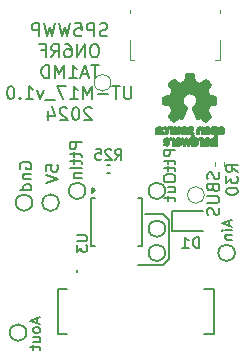
<source format=gbr>
%TF.GenerationSoftware,KiCad,Pcbnew,8.0.4*%
%TF.CreationDate,2024-09-10T15:11:46+03:00*%
%TF.ProjectId,micro17,6d696372-6f31-4372-9e6b-696361645f70,rev?*%
%TF.SameCoordinates,Original*%
%TF.FileFunction,Legend,Bot*%
%TF.FilePolarity,Positive*%
%FSLAX46Y46*%
G04 Gerber Fmt 4.6, Leading zero omitted, Abs format (unit mm)*
G04 Created by KiCad (PCBNEW 8.0.4) date 2024-09-10 15:11:46*
%MOMM*%
%LPD*%
G01*
G04 APERTURE LIST*
%ADD10C,0.160000*%
%ADD11C,0.200000*%
%ADD12C,0.150000*%
%ADD13C,0.120000*%
G04 APERTURE END LIST*
D10*
X193500000Y-71500000D02*
X191400000Y-71500000D01*
X194000000Y-67750000D02*
X194000000Y-71000000D01*
X193500000Y-67250000D02*
X194000000Y-67750000D01*
X194000000Y-71000000D02*
X193500000Y-71500000D01*
X192000000Y-67250000D02*
X193500000Y-67250000D01*
X186619299Y-61143358D02*
X185619299Y-61143358D01*
X185619299Y-61143358D02*
X185619299Y-61524310D01*
X185619299Y-61524310D02*
X185666918Y-61619548D01*
X185666918Y-61619548D02*
X185714537Y-61667167D01*
X185714537Y-61667167D02*
X185809775Y-61714786D01*
X185809775Y-61714786D02*
X185952632Y-61714786D01*
X185952632Y-61714786D02*
X186047870Y-61667167D01*
X186047870Y-61667167D02*
X186095489Y-61619548D01*
X186095489Y-61619548D02*
X186143108Y-61524310D01*
X186143108Y-61524310D02*
X186143108Y-61143358D01*
X185952632Y-62000501D02*
X185952632Y-62381453D01*
X185619299Y-62143358D02*
X186476441Y-62143358D01*
X186476441Y-62143358D02*
X186571680Y-62190977D01*
X186571680Y-62190977D02*
X186619299Y-62286215D01*
X186619299Y-62286215D02*
X186619299Y-62381453D01*
X185952632Y-62571930D02*
X185952632Y-62952882D01*
X185619299Y-62714787D02*
X186476441Y-62714787D01*
X186476441Y-62714787D02*
X186571680Y-62762406D01*
X186571680Y-62762406D02*
X186619299Y-62857644D01*
X186619299Y-62857644D02*
X186619299Y-62952882D01*
X186619299Y-63286216D02*
X185619299Y-63286216D01*
X185952632Y-63762406D02*
X186619299Y-63762406D01*
X186047870Y-63762406D02*
X186000251Y-63810025D01*
X186000251Y-63810025D02*
X185952632Y-63905263D01*
X185952632Y-63905263D02*
X185952632Y-64048120D01*
X185952632Y-64048120D02*
X186000251Y-64143358D01*
X186000251Y-64143358D02*
X186095489Y-64190977D01*
X186095489Y-64190977D02*
X186619299Y-64190977D01*
X182874394Y-76026691D02*
X182874394Y-76455263D01*
X183131537Y-75940977D02*
X182231537Y-76240977D01*
X182231537Y-76240977D02*
X183131537Y-76540977D01*
X183131537Y-76969549D02*
X183088680Y-76883834D01*
X183088680Y-76883834D02*
X183045822Y-76840977D01*
X183045822Y-76840977D02*
X182960108Y-76798120D01*
X182960108Y-76798120D02*
X182702965Y-76798120D01*
X182702965Y-76798120D02*
X182617251Y-76840977D01*
X182617251Y-76840977D02*
X182574394Y-76883834D01*
X182574394Y-76883834D02*
X182531537Y-76969549D01*
X182531537Y-76969549D02*
X182531537Y-77098120D01*
X182531537Y-77098120D02*
X182574394Y-77183834D01*
X182574394Y-77183834D02*
X182617251Y-77226692D01*
X182617251Y-77226692D02*
X182702965Y-77269549D01*
X182702965Y-77269549D02*
X182960108Y-77269549D01*
X182960108Y-77269549D02*
X183045822Y-77226692D01*
X183045822Y-77226692D02*
X183088680Y-77183834D01*
X183088680Y-77183834D02*
X183131537Y-77098120D01*
X183131537Y-77098120D02*
X183131537Y-76969549D01*
X182531537Y-78040978D02*
X183131537Y-78040978D01*
X182531537Y-77655263D02*
X183002965Y-77655263D01*
X183002965Y-77655263D02*
X183088680Y-77698120D01*
X183088680Y-77698120D02*
X183131537Y-77783835D01*
X183131537Y-77783835D02*
X183131537Y-77912406D01*
X183131537Y-77912406D02*
X183088680Y-77998120D01*
X183088680Y-77998120D02*
X183045822Y-78040978D01*
X182531537Y-78340978D02*
X182531537Y-78683835D01*
X182231537Y-78469549D02*
X183002965Y-78469549D01*
X183002965Y-78469549D02*
X183088680Y-78512406D01*
X183088680Y-78512406D02*
X183131537Y-78598121D01*
X183131537Y-78598121D02*
X183131537Y-78683835D01*
D11*
X188795238Y-52118848D02*
X188638095Y-52171228D01*
X188638095Y-52171228D02*
X188376190Y-52171228D01*
X188376190Y-52171228D02*
X188271428Y-52118848D01*
X188271428Y-52118848D02*
X188219047Y-52066467D01*
X188219047Y-52066467D02*
X188166666Y-51961705D01*
X188166666Y-51961705D02*
X188166666Y-51856943D01*
X188166666Y-51856943D02*
X188219047Y-51752181D01*
X188219047Y-51752181D02*
X188271428Y-51699800D01*
X188271428Y-51699800D02*
X188376190Y-51647419D01*
X188376190Y-51647419D02*
X188585714Y-51595038D01*
X188585714Y-51595038D02*
X188690476Y-51542657D01*
X188690476Y-51542657D02*
X188742857Y-51490276D01*
X188742857Y-51490276D02*
X188795238Y-51385514D01*
X188795238Y-51385514D02*
X188795238Y-51280752D01*
X188795238Y-51280752D02*
X188742857Y-51175990D01*
X188742857Y-51175990D02*
X188690476Y-51123609D01*
X188690476Y-51123609D02*
X188585714Y-51071228D01*
X188585714Y-51071228D02*
X188323809Y-51071228D01*
X188323809Y-51071228D02*
X188166666Y-51123609D01*
X187695238Y-52171228D02*
X187695238Y-51071228D01*
X187695238Y-51071228D02*
X187276190Y-51071228D01*
X187276190Y-51071228D02*
X187171428Y-51123609D01*
X187171428Y-51123609D02*
X187119047Y-51175990D01*
X187119047Y-51175990D02*
X187066666Y-51280752D01*
X187066666Y-51280752D02*
X187066666Y-51437895D01*
X187066666Y-51437895D02*
X187119047Y-51542657D01*
X187119047Y-51542657D02*
X187171428Y-51595038D01*
X187171428Y-51595038D02*
X187276190Y-51647419D01*
X187276190Y-51647419D02*
X187695238Y-51647419D01*
X186071428Y-51071228D02*
X186595238Y-51071228D01*
X186595238Y-51071228D02*
X186647619Y-51595038D01*
X186647619Y-51595038D02*
X186595238Y-51542657D01*
X186595238Y-51542657D02*
X186490476Y-51490276D01*
X186490476Y-51490276D02*
X186228571Y-51490276D01*
X186228571Y-51490276D02*
X186123809Y-51542657D01*
X186123809Y-51542657D02*
X186071428Y-51595038D01*
X186071428Y-51595038D02*
X186019047Y-51699800D01*
X186019047Y-51699800D02*
X186019047Y-51961705D01*
X186019047Y-51961705D02*
X186071428Y-52066467D01*
X186071428Y-52066467D02*
X186123809Y-52118848D01*
X186123809Y-52118848D02*
X186228571Y-52171228D01*
X186228571Y-52171228D02*
X186490476Y-52171228D01*
X186490476Y-52171228D02*
X186595238Y-52118848D01*
X186595238Y-52118848D02*
X186647619Y-52066467D01*
X185652381Y-51071228D02*
X185390476Y-52171228D01*
X185390476Y-52171228D02*
X185180952Y-51385514D01*
X185180952Y-51385514D02*
X184971428Y-52171228D01*
X184971428Y-52171228D02*
X184709524Y-51071228D01*
X184395238Y-51071228D02*
X184133333Y-52171228D01*
X184133333Y-52171228D02*
X183923809Y-51385514D01*
X183923809Y-51385514D02*
X183714285Y-52171228D01*
X183714285Y-52171228D02*
X183452381Y-51071228D01*
X183033333Y-52171228D02*
X183033333Y-51071228D01*
X183033333Y-51071228D02*
X182614285Y-51071228D01*
X182614285Y-51071228D02*
X182509523Y-51123609D01*
X182509523Y-51123609D02*
X182457142Y-51175990D01*
X182457142Y-51175990D02*
X182404761Y-51280752D01*
X182404761Y-51280752D02*
X182404761Y-51437895D01*
X182404761Y-51437895D02*
X182457142Y-51542657D01*
X182457142Y-51542657D02*
X182509523Y-51595038D01*
X182509523Y-51595038D02*
X182614285Y-51647419D01*
X182614285Y-51647419D02*
X183033333Y-51647419D01*
X187826190Y-52842166D02*
X187616666Y-52842166D01*
X187616666Y-52842166D02*
X187511904Y-52894547D01*
X187511904Y-52894547D02*
X187407142Y-52999309D01*
X187407142Y-52999309D02*
X187354761Y-53208833D01*
X187354761Y-53208833D02*
X187354761Y-53575500D01*
X187354761Y-53575500D02*
X187407142Y-53785024D01*
X187407142Y-53785024D02*
X187511904Y-53889786D01*
X187511904Y-53889786D02*
X187616666Y-53942166D01*
X187616666Y-53942166D02*
X187826190Y-53942166D01*
X187826190Y-53942166D02*
X187930952Y-53889786D01*
X187930952Y-53889786D02*
X188035714Y-53785024D01*
X188035714Y-53785024D02*
X188088095Y-53575500D01*
X188088095Y-53575500D02*
X188088095Y-53208833D01*
X188088095Y-53208833D02*
X188035714Y-52999309D01*
X188035714Y-52999309D02*
X187930952Y-52894547D01*
X187930952Y-52894547D02*
X187826190Y-52842166D01*
X186883333Y-53942166D02*
X186883333Y-52842166D01*
X186883333Y-52842166D02*
X186254761Y-53942166D01*
X186254761Y-53942166D02*
X186254761Y-52842166D01*
X185259523Y-52842166D02*
X185469047Y-52842166D01*
X185469047Y-52842166D02*
X185573809Y-52894547D01*
X185573809Y-52894547D02*
X185626190Y-52946928D01*
X185626190Y-52946928D02*
X185730952Y-53104071D01*
X185730952Y-53104071D02*
X185783333Y-53313595D01*
X185783333Y-53313595D02*
X185783333Y-53732643D01*
X185783333Y-53732643D02*
X185730952Y-53837405D01*
X185730952Y-53837405D02*
X185678571Y-53889786D01*
X185678571Y-53889786D02*
X185573809Y-53942166D01*
X185573809Y-53942166D02*
X185364285Y-53942166D01*
X185364285Y-53942166D02*
X185259523Y-53889786D01*
X185259523Y-53889786D02*
X185207142Y-53837405D01*
X185207142Y-53837405D02*
X185154761Y-53732643D01*
X185154761Y-53732643D02*
X185154761Y-53470738D01*
X185154761Y-53470738D02*
X185207142Y-53365976D01*
X185207142Y-53365976D02*
X185259523Y-53313595D01*
X185259523Y-53313595D02*
X185364285Y-53261214D01*
X185364285Y-53261214D02*
X185573809Y-53261214D01*
X185573809Y-53261214D02*
X185678571Y-53313595D01*
X185678571Y-53313595D02*
X185730952Y-53365976D01*
X185730952Y-53365976D02*
X185783333Y-53470738D01*
X184054761Y-53942166D02*
X184421428Y-53418357D01*
X184683333Y-53942166D02*
X184683333Y-52842166D01*
X184683333Y-52842166D02*
X184264285Y-52842166D01*
X184264285Y-52842166D02*
X184159523Y-52894547D01*
X184159523Y-52894547D02*
X184107142Y-52946928D01*
X184107142Y-52946928D02*
X184054761Y-53051690D01*
X184054761Y-53051690D02*
X184054761Y-53208833D01*
X184054761Y-53208833D02*
X184107142Y-53313595D01*
X184107142Y-53313595D02*
X184159523Y-53365976D01*
X184159523Y-53365976D02*
X184264285Y-53418357D01*
X184264285Y-53418357D02*
X184683333Y-53418357D01*
X183216666Y-53365976D02*
X183583333Y-53365976D01*
X183583333Y-53942166D02*
X183583333Y-52842166D01*
X183583333Y-52842166D02*
X183059523Y-52842166D01*
X188088095Y-54613104D02*
X187459523Y-54613104D01*
X187773809Y-55713104D02*
X187773809Y-54613104D01*
X187145238Y-55398819D02*
X186621428Y-55398819D01*
X187250000Y-55713104D02*
X186883333Y-54613104D01*
X186883333Y-54613104D02*
X186516666Y-55713104D01*
X185573809Y-55713104D02*
X186202381Y-55713104D01*
X185888095Y-55713104D02*
X185888095Y-54613104D01*
X185888095Y-54613104D02*
X185992857Y-54770247D01*
X185992857Y-54770247D02*
X186097619Y-54875009D01*
X186097619Y-54875009D02*
X186202381Y-54927390D01*
X185102381Y-55713104D02*
X185102381Y-54613104D01*
X185102381Y-54613104D02*
X184735714Y-55398819D01*
X184735714Y-55398819D02*
X184369047Y-54613104D01*
X184369047Y-54613104D02*
X184369047Y-55713104D01*
X183845238Y-55713104D02*
X183845238Y-54613104D01*
X183845238Y-54613104D02*
X183583333Y-54613104D01*
X183583333Y-54613104D02*
X183426190Y-54665485D01*
X183426190Y-54665485D02*
X183321428Y-54770247D01*
X183321428Y-54770247D02*
X183269047Y-54875009D01*
X183269047Y-54875009D02*
X183216666Y-55084533D01*
X183216666Y-55084533D02*
X183216666Y-55241676D01*
X183216666Y-55241676D02*
X183269047Y-55451200D01*
X183269047Y-55451200D02*
X183321428Y-55555962D01*
X183321428Y-55555962D02*
X183426190Y-55660724D01*
X183426190Y-55660724D02*
X183583333Y-55713104D01*
X183583333Y-55713104D02*
X183845238Y-55713104D01*
X190838095Y-56384042D02*
X190838095Y-57274519D01*
X190838095Y-57274519D02*
X190785714Y-57379281D01*
X190785714Y-57379281D02*
X190733333Y-57431662D01*
X190733333Y-57431662D02*
X190628571Y-57484042D01*
X190628571Y-57484042D02*
X190419047Y-57484042D01*
X190419047Y-57484042D02*
X190314285Y-57431662D01*
X190314285Y-57431662D02*
X190261904Y-57379281D01*
X190261904Y-57379281D02*
X190209523Y-57274519D01*
X190209523Y-57274519D02*
X190209523Y-56384042D01*
X189842857Y-56384042D02*
X189214285Y-56384042D01*
X189528571Y-57484042D02*
X189528571Y-56384042D01*
X188847619Y-57064995D02*
X188009524Y-57064995D01*
X187485714Y-57484042D02*
X187485714Y-56384042D01*
X187485714Y-56384042D02*
X187119047Y-57169757D01*
X187119047Y-57169757D02*
X186752380Y-56384042D01*
X186752380Y-56384042D02*
X186752380Y-57484042D01*
X185652380Y-57484042D02*
X186280952Y-57484042D01*
X185966666Y-57484042D02*
X185966666Y-56384042D01*
X185966666Y-56384042D02*
X186071428Y-56541185D01*
X186071428Y-56541185D02*
X186176190Y-56645947D01*
X186176190Y-56645947D02*
X186280952Y-56698328D01*
X185285714Y-56384042D02*
X184552380Y-56384042D01*
X184552380Y-56384042D02*
X185023809Y-57484042D01*
X184395238Y-57588804D02*
X183557142Y-57588804D01*
X183400000Y-56750709D02*
X183138095Y-57484042D01*
X183138095Y-57484042D02*
X182876190Y-56750709D01*
X181880952Y-57484042D02*
X182509524Y-57484042D01*
X182195238Y-57484042D02*
X182195238Y-56384042D01*
X182195238Y-56384042D02*
X182300000Y-56541185D01*
X182300000Y-56541185D02*
X182404762Y-56645947D01*
X182404762Y-56645947D02*
X182509524Y-56698328D01*
X181409524Y-57379281D02*
X181357143Y-57431662D01*
X181357143Y-57431662D02*
X181409524Y-57484042D01*
X181409524Y-57484042D02*
X181461905Y-57431662D01*
X181461905Y-57431662D02*
X181409524Y-57379281D01*
X181409524Y-57379281D02*
X181409524Y-57484042D01*
X180676190Y-56384042D02*
X180571428Y-56384042D01*
X180571428Y-56384042D02*
X180466666Y-56436423D01*
X180466666Y-56436423D02*
X180414285Y-56488804D01*
X180414285Y-56488804D02*
X180361904Y-56593566D01*
X180361904Y-56593566D02*
X180309523Y-56803090D01*
X180309523Y-56803090D02*
X180309523Y-57064995D01*
X180309523Y-57064995D02*
X180361904Y-57274519D01*
X180361904Y-57274519D02*
X180414285Y-57379281D01*
X180414285Y-57379281D02*
X180466666Y-57431662D01*
X180466666Y-57431662D02*
X180571428Y-57484042D01*
X180571428Y-57484042D02*
X180676190Y-57484042D01*
X180676190Y-57484042D02*
X180780952Y-57431662D01*
X180780952Y-57431662D02*
X180833333Y-57379281D01*
X180833333Y-57379281D02*
X180885714Y-57274519D01*
X180885714Y-57274519D02*
X180938095Y-57064995D01*
X180938095Y-57064995D02*
X180938095Y-56803090D01*
X180938095Y-56803090D02*
X180885714Y-56593566D01*
X180885714Y-56593566D02*
X180833333Y-56488804D01*
X180833333Y-56488804D02*
X180780952Y-56436423D01*
X180780952Y-56436423D02*
X180676190Y-56384042D01*
X187485714Y-58259742D02*
X187433333Y-58207361D01*
X187433333Y-58207361D02*
X187328571Y-58154980D01*
X187328571Y-58154980D02*
X187066666Y-58154980D01*
X187066666Y-58154980D02*
X186961904Y-58207361D01*
X186961904Y-58207361D02*
X186909523Y-58259742D01*
X186909523Y-58259742D02*
X186857142Y-58364504D01*
X186857142Y-58364504D02*
X186857142Y-58469266D01*
X186857142Y-58469266D02*
X186909523Y-58626409D01*
X186909523Y-58626409D02*
X187538095Y-59254980D01*
X187538095Y-59254980D02*
X186857142Y-59254980D01*
X186176190Y-58154980D02*
X186071428Y-58154980D01*
X186071428Y-58154980D02*
X185966666Y-58207361D01*
X185966666Y-58207361D02*
X185914285Y-58259742D01*
X185914285Y-58259742D02*
X185861904Y-58364504D01*
X185861904Y-58364504D02*
X185809523Y-58574028D01*
X185809523Y-58574028D02*
X185809523Y-58835933D01*
X185809523Y-58835933D02*
X185861904Y-59045457D01*
X185861904Y-59045457D02*
X185914285Y-59150219D01*
X185914285Y-59150219D02*
X185966666Y-59202600D01*
X185966666Y-59202600D02*
X186071428Y-59254980D01*
X186071428Y-59254980D02*
X186176190Y-59254980D01*
X186176190Y-59254980D02*
X186280952Y-59202600D01*
X186280952Y-59202600D02*
X186333333Y-59150219D01*
X186333333Y-59150219D02*
X186385714Y-59045457D01*
X186385714Y-59045457D02*
X186438095Y-58835933D01*
X186438095Y-58835933D02*
X186438095Y-58574028D01*
X186438095Y-58574028D02*
X186385714Y-58364504D01*
X186385714Y-58364504D02*
X186333333Y-58259742D01*
X186333333Y-58259742D02*
X186280952Y-58207361D01*
X186280952Y-58207361D02*
X186176190Y-58154980D01*
X185390476Y-58259742D02*
X185338095Y-58207361D01*
X185338095Y-58207361D02*
X185233333Y-58154980D01*
X185233333Y-58154980D02*
X184971428Y-58154980D01*
X184971428Y-58154980D02*
X184866666Y-58207361D01*
X184866666Y-58207361D02*
X184814285Y-58259742D01*
X184814285Y-58259742D02*
X184761904Y-58364504D01*
X184761904Y-58364504D02*
X184761904Y-58469266D01*
X184761904Y-58469266D02*
X184814285Y-58626409D01*
X184814285Y-58626409D02*
X185442857Y-59254980D01*
X185442857Y-59254980D02*
X184761904Y-59254980D01*
X183819047Y-58521647D02*
X183819047Y-59254980D01*
X184080952Y-58102600D02*
X184342857Y-58888314D01*
X184342857Y-58888314D02*
X183661904Y-58888314D01*
D10*
X183619299Y-63569548D02*
X183619299Y-63093358D01*
X183619299Y-63093358D02*
X184095489Y-63045739D01*
X184095489Y-63045739D02*
X184047870Y-63093358D01*
X184047870Y-63093358D02*
X184000251Y-63188596D01*
X184000251Y-63188596D02*
X184000251Y-63426691D01*
X184000251Y-63426691D02*
X184047870Y-63521929D01*
X184047870Y-63521929D02*
X184095489Y-63569548D01*
X184095489Y-63569548D02*
X184190727Y-63617167D01*
X184190727Y-63617167D02*
X184428822Y-63617167D01*
X184428822Y-63617167D02*
X184524060Y-63569548D01*
X184524060Y-63569548D02*
X184571680Y-63521929D01*
X184571680Y-63521929D02*
X184619299Y-63426691D01*
X184619299Y-63426691D02*
X184619299Y-63188596D01*
X184619299Y-63188596D02*
X184571680Y-63093358D01*
X184571680Y-63093358D02*
X184524060Y-63045739D01*
X183619299Y-63902882D02*
X184619299Y-64236215D01*
X184619299Y-64236215D02*
X183619299Y-64569548D01*
X199124394Y-67776691D02*
X199124394Y-68205263D01*
X199381537Y-67690977D02*
X198481537Y-67990977D01*
X198481537Y-67990977D02*
X199381537Y-68290977D01*
X199381537Y-68590977D02*
X198781537Y-68590977D01*
X198481537Y-68590977D02*
X198524394Y-68548120D01*
X198524394Y-68548120D02*
X198567251Y-68590977D01*
X198567251Y-68590977D02*
X198524394Y-68633834D01*
X198524394Y-68633834D02*
X198481537Y-68590977D01*
X198481537Y-68590977D02*
X198567251Y-68590977D01*
X198781537Y-69019548D02*
X199381537Y-69019548D01*
X198867251Y-69019548D02*
X198824394Y-69062405D01*
X198824394Y-69062405D02*
X198781537Y-69148120D01*
X198781537Y-69148120D02*
X198781537Y-69276691D01*
X198781537Y-69276691D02*
X198824394Y-69362405D01*
X198824394Y-69362405D02*
X198910108Y-69405263D01*
X198910108Y-69405263D02*
X199381537Y-69405263D01*
X198221680Y-63695739D02*
X198269299Y-63838596D01*
X198269299Y-63838596D02*
X198269299Y-64076691D01*
X198269299Y-64076691D02*
X198221680Y-64171929D01*
X198221680Y-64171929D02*
X198174060Y-64219548D01*
X198174060Y-64219548D02*
X198078822Y-64267167D01*
X198078822Y-64267167D02*
X197983584Y-64267167D01*
X197983584Y-64267167D02*
X197888346Y-64219548D01*
X197888346Y-64219548D02*
X197840727Y-64171929D01*
X197840727Y-64171929D02*
X197793108Y-64076691D01*
X197793108Y-64076691D02*
X197745489Y-63886215D01*
X197745489Y-63886215D02*
X197697870Y-63790977D01*
X197697870Y-63790977D02*
X197650251Y-63743358D01*
X197650251Y-63743358D02*
X197555013Y-63695739D01*
X197555013Y-63695739D02*
X197459775Y-63695739D01*
X197459775Y-63695739D02*
X197364537Y-63743358D01*
X197364537Y-63743358D02*
X197316918Y-63790977D01*
X197316918Y-63790977D02*
X197269299Y-63886215D01*
X197269299Y-63886215D02*
X197269299Y-64124310D01*
X197269299Y-64124310D02*
X197316918Y-64267167D01*
X197745489Y-65029072D02*
X197793108Y-65171929D01*
X197793108Y-65171929D02*
X197840727Y-65219548D01*
X197840727Y-65219548D02*
X197935965Y-65267167D01*
X197935965Y-65267167D02*
X198078822Y-65267167D01*
X198078822Y-65267167D02*
X198174060Y-65219548D01*
X198174060Y-65219548D02*
X198221680Y-65171929D01*
X198221680Y-65171929D02*
X198269299Y-65076691D01*
X198269299Y-65076691D02*
X198269299Y-64695739D01*
X198269299Y-64695739D02*
X197269299Y-64695739D01*
X197269299Y-64695739D02*
X197269299Y-65029072D01*
X197269299Y-65029072D02*
X197316918Y-65124310D01*
X197316918Y-65124310D02*
X197364537Y-65171929D01*
X197364537Y-65171929D02*
X197459775Y-65219548D01*
X197459775Y-65219548D02*
X197555013Y-65219548D01*
X197555013Y-65219548D02*
X197650251Y-65171929D01*
X197650251Y-65171929D02*
X197697870Y-65124310D01*
X197697870Y-65124310D02*
X197745489Y-65029072D01*
X197745489Y-65029072D02*
X197745489Y-64695739D01*
X197269299Y-65695739D02*
X198078822Y-65695739D01*
X198078822Y-65695739D02*
X198174060Y-65743358D01*
X198174060Y-65743358D02*
X198221680Y-65790977D01*
X198221680Y-65790977D02*
X198269299Y-65886215D01*
X198269299Y-65886215D02*
X198269299Y-66076691D01*
X198269299Y-66076691D02*
X198221680Y-66171929D01*
X198221680Y-66171929D02*
X198174060Y-66219548D01*
X198174060Y-66219548D02*
X198078822Y-66267167D01*
X198078822Y-66267167D02*
X197269299Y-66267167D01*
X198221680Y-66695739D02*
X198269299Y-66838596D01*
X198269299Y-66838596D02*
X198269299Y-67076691D01*
X198269299Y-67076691D02*
X198221680Y-67171929D01*
X198221680Y-67171929D02*
X198174060Y-67219548D01*
X198174060Y-67219548D02*
X198078822Y-67267167D01*
X198078822Y-67267167D02*
X197983584Y-67267167D01*
X197983584Y-67267167D02*
X197888346Y-67219548D01*
X197888346Y-67219548D02*
X197840727Y-67171929D01*
X197840727Y-67171929D02*
X197793108Y-67076691D01*
X197793108Y-67076691D02*
X197745489Y-66886215D01*
X197745489Y-66886215D02*
X197697870Y-66790977D01*
X197697870Y-66790977D02*
X197650251Y-66743358D01*
X197650251Y-66743358D02*
X197555013Y-66695739D01*
X197555013Y-66695739D02*
X197459775Y-66695739D01*
X197459775Y-66695739D02*
X197364537Y-66743358D01*
X197364537Y-66743358D02*
X197316918Y-66790977D01*
X197316918Y-66790977D02*
X197269299Y-66886215D01*
X197269299Y-66886215D02*
X197269299Y-67124310D01*
X197269299Y-67124310D02*
X197316918Y-67267167D01*
X181416918Y-63367167D02*
X181369299Y-63271929D01*
X181369299Y-63271929D02*
X181369299Y-63129072D01*
X181369299Y-63129072D02*
X181416918Y-62986215D01*
X181416918Y-62986215D02*
X181512156Y-62890977D01*
X181512156Y-62890977D02*
X181607394Y-62843358D01*
X181607394Y-62843358D02*
X181797870Y-62795739D01*
X181797870Y-62795739D02*
X181940727Y-62795739D01*
X181940727Y-62795739D02*
X182131203Y-62843358D01*
X182131203Y-62843358D02*
X182226441Y-62890977D01*
X182226441Y-62890977D02*
X182321680Y-62986215D01*
X182321680Y-62986215D02*
X182369299Y-63129072D01*
X182369299Y-63129072D02*
X182369299Y-63224310D01*
X182369299Y-63224310D02*
X182321680Y-63367167D01*
X182321680Y-63367167D02*
X182274060Y-63414786D01*
X182274060Y-63414786D02*
X181940727Y-63414786D01*
X181940727Y-63414786D02*
X181940727Y-63224310D01*
X181702632Y-63843358D02*
X182369299Y-63843358D01*
X181797870Y-63843358D02*
X181750251Y-63890977D01*
X181750251Y-63890977D02*
X181702632Y-63986215D01*
X181702632Y-63986215D02*
X181702632Y-64129072D01*
X181702632Y-64129072D02*
X181750251Y-64224310D01*
X181750251Y-64224310D02*
X181845489Y-64271929D01*
X181845489Y-64271929D02*
X182369299Y-64271929D01*
X182369299Y-65176691D02*
X181369299Y-65176691D01*
X182321680Y-65176691D02*
X182369299Y-65081453D01*
X182369299Y-65081453D02*
X182369299Y-64890977D01*
X182369299Y-64890977D02*
X182321680Y-64795739D01*
X182321680Y-64795739D02*
X182274060Y-64748120D01*
X182274060Y-64748120D02*
X182178822Y-64700501D01*
X182178822Y-64700501D02*
X181893108Y-64700501D01*
X181893108Y-64700501D02*
X181797870Y-64748120D01*
X181797870Y-64748120D02*
X181750251Y-64795739D01*
X181750251Y-64795739D02*
X181702632Y-64890977D01*
X181702632Y-64890977D02*
X181702632Y-65081453D01*
X181702632Y-65081453D02*
X181750251Y-65176691D01*
X194572906Y-61759396D02*
X193572906Y-61759396D01*
X193572906Y-61759396D02*
X193572906Y-62140348D01*
X193572906Y-62140348D02*
X193620525Y-62235586D01*
X193620525Y-62235586D02*
X193668144Y-62283205D01*
X193668144Y-62283205D02*
X193763382Y-62330824D01*
X193763382Y-62330824D02*
X193906239Y-62330824D01*
X193906239Y-62330824D02*
X194001477Y-62283205D01*
X194001477Y-62283205D02*
X194049096Y-62235586D01*
X194049096Y-62235586D02*
X194096715Y-62140348D01*
X194096715Y-62140348D02*
X194096715Y-61759396D01*
X193906239Y-62616539D02*
X193906239Y-62997491D01*
X193572906Y-62759396D02*
X194430048Y-62759396D01*
X194430048Y-62759396D02*
X194525287Y-62807015D01*
X194525287Y-62807015D02*
X194572906Y-62902253D01*
X194572906Y-62902253D02*
X194572906Y-62997491D01*
X193906239Y-63187968D02*
X193906239Y-63568920D01*
X193572906Y-63330825D02*
X194430048Y-63330825D01*
X194430048Y-63330825D02*
X194525287Y-63378444D01*
X194525287Y-63378444D02*
X194572906Y-63473682D01*
X194572906Y-63473682D02*
X194572906Y-63568920D01*
X193572906Y-64092730D02*
X193572906Y-64283206D01*
X193572906Y-64283206D02*
X193620525Y-64378444D01*
X193620525Y-64378444D02*
X193715763Y-64473682D01*
X193715763Y-64473682D02*
X193906239Y-64521301D01*
X193906239Y-64521301D02*
X194239572Y-64521301D01*
X194239572Y-64521301D02*
X194430048Y-64473682D01*
X194430048Y-64473682D02*
X194525287Y-64378444D01*
X194525287Y-64378444D02*
X194572906Y-64283206D01*
X194572906Y-64283206D02*
X194572906Y-64092730D01*
X194572906Y-64092730D02*
X194525287Y-63997492D01*
X194525287Y-63997492D02*
X194430048Y-63902254D01*
X194430048Y-63902254D02*
X194239572Y-63854635D01*
X194239572Y-63854635D02*
X193906239Y-63854635D01*
X193906239Y-63854635D02*
X193715763Y-63902254D01*
X193715763Y-63902254D02*
X193620525Y-63997492D01*
X193620525Y-63997492D02*
X193572906Y-64092730D01*
X193906239Y-65378444D02*
X194572906Y-65378444D01*
X193906239Y-64949873D02*
X194430048Y-64949873D01*
X194430048Y-64949873D02*
X194525287Y-64997492D01*
X194525287Y-64997492D02*
X194572906Y-65092730D01*
X194572906Y-65092730D02*
X194572906Y-65235587D01*
X194572906Y-65235587D02*
X194525287Y-65330825D01*
X194525287Y-65330825D02*
X194477667Y-65378444D01*
X193906239Y-65711778D02*
X193906239Y-66092730D01*
X193572906Y-65854635D02*
X194430048Y-65854635D01*
X194430048Y-65854635D02*
X194525287Y-65902254D01*
X194525287Y-65902254D02*
X194572906Y-65997492D01*
X194572906Y-65997492D02*
X194572906Y-66092730D01*
X196534285Y-70058037D02*
X196534285Y-69158037D01*
X196534285Y-69158037D02*
X196319999Y-69158037D01*
X196319999Y-69158037D02*
X196191428Y-69200894D01*
X196191428Y-69200894D02*
X196105713Y-69286608D01*
X196105713Y-69286608D02*
X196062856Y-69372322D01*
X196062856Y-69372322D02*
X196019999Y-69543751D01*
X196019999Y-69543751D02*
X196019999Y-69672322D01*
X196019999Y-69672322D02*
X196062856Y-69843751D01*
X196062856Y-69843751D02*
X196105713Y-69929465D01*
X196105713Y-69929465D02*
X196191428Y-70015180D01*
X196191428Y-70015180D02*
X196319999Y-70058037D01*
X196319999Y-70058037D02*
X196534285Y-70058037D01*
X195162856Y-70058037D02*
X195677142Y-70058037D01*
X195419999Y-70058037D02*
X195419999Y-69158037D01*
X195419999Y-69158037D02*
X195505713Y-69286608D01*
X195505713Y-69286608D02*
X195591428Y-69372322D01*
X195591428Y-69372322D02*
X195677142Y-69415180D01*
X186208037Y-69014285D02*
X186936608Y-69014285D01*
X186936608Y-69014285D02*
X187022322Y-69057142D01*
X187022322Y-69057142D02*
X187065180Y-69100000D01*
X187065180Y-69100000D02*
X187108037Y-69185714D01*
X187108037Y-69185714D02*
X187108037Y-69357142D01*
X187108037Y-69357142D02*
X187065180Y-69442857D01*
X187065180Y-69442857D02*
X187022322Y-69485714D01*
X187022322Y-69485714D02*
X186936608Y-69528571D01*
X186936608Y-69528571D02*
X186208037Y-69528571D01*
X186208037Y-69871428D02*
X186208037Y-70428571D01*
X186208037Y-70428571D02*
X186550894Y-70128571D01*
X186550894Y-70128571D02*
X186550894Y-70257142D01*
X186550894Y-70257142D02*
X186593751Y-70342857D01*
X186593751Y-70342857D02*
X186636608Y-70385714D01*
X186636608Y-70385714D02*
X186722322Y-70428571D01*
X186722322Y-70428571D02*
X186936608Y-70428571D01*
X186936608Y-70428571D02*
X187022322Y-70385714D01*
X187022322Y-70385714D02*
X187065180Y-70342857D01*
X187065180Y-70342857D02*
X187108037Y-70257142D01*
X187108037Y-70257142D02*
X187108037Y-69999999D01*
X187108037Y-69999999D02*
X187065180Y-69914285D01*
X187065180Y-69914285D02*
X187022322Y-69871428D01*
X189478571Y-62638037D02*
X189778571Y-62209465D01*
X189992857Y-62638037D02*
X189992857Y-61738037D01*
X189992857Y-61738037D02*
X189650000Y-61738037D01*
X189650000Y-61738037D02*
X189564285Y-61780894D01*
X189564285Y-61780894D02*
X189521428Y-61823751D01*
X189521428Y-61823751D02*
X189478571Y-61909465D01*
X189478571Y-61909465D02*
X189478571Y-62038037D01*
X189478571Y-62038037D02*
X189521428Y-62123751D01*
X189521428Y-62123751D02*
X189564285Y-62166608D01*
X189564285Y-62166608D02*
X189650000Y-62209465D01*
X189650000Y-62209465D02*
X189992857Y-62209465D01*
X189135714Y-61823751D02*
X189092857Y-61780894D01*
X189092857Y-61780894D02*
X189007143Y-61738037D01*
X189007143Y-61738037D02*
X188792857Y-61738037D01*
X188792857Y-61738037D02*
X188707143Y-61780894D01*
X188707143Y-61780894D02*
X188664285Y-61823751D01*
X188664285Y-61823751D02*
X188621428Y-61909465D01*
X188621428Y-61909465D02*
X188621428Y-61995180D01*
X188621428Y-61995180D02*
X188664285Y-62123751D01*
X188664285Y-62123751D02*
X189178571Y-62638037D01*
X189178571Y-62638037D02*
X188621428Y-62638037D01*
X187807142Y-61738037D02*
X188235714Y-61738037D01*
X188235714Y-61738037D02*
X188278571Y-62166608D01*
X188278571Y-62166608D02*
X188235714Y-62123751D01*
X188235714Y-62123751D02*
X188150000Y-62080894D01*
X188150000Y-62080894D02*
X187935714Y-62080894D01*
X187935714Y-62080894D02*
X187850000Y-62123751D01*
X187850000Y-62123751D02*
X187807142Y-62166608D01*
X187807142Y-62166608D02*
X187764285Y-62252322D01*
X187764285Y-62252322D02*
X187764285Y-62466608D01*
X187764285Y-62466608D02*
X187807142Y-62552322D01*
X187807142Y-62552322D02*
X187850000Y-62595180D01*
X187850000Y-62595180D02*
X187935714Y-62638037D01*
X187935714Y-62638037D02*
X188150000Y-62638037D01*
X188150000Y-62638037D02*
X188235714Y-62595180D01*
X188235714Y-62595180D02*
X188278571Y-62552322D01*
D12*
X199854819Y-63657142D02*
X199378628Y-63323809D01*
X199854819Y-63085714D02*
X198854819Y-63085714D01*
X198854819Y-63085714D02*
X198854819Y-63466666D01*
X198854819Y-63466666D02*
X198902438Y-63561904D01*
X198902438Y-63561904D02*
X198950057Y-63609523D01*
X198950057Y-63609523D02*
X199045295Y-63657142D01*
X199045295Y-63657142D02*
X199188152Y-63657142D01*
X199188152Y-63657142D02*
X199283390Y-63609523D01*
X199283390Y-63609523D02*
X199331009Y-63561904D01*
X199331009Y-63561904D02*
X199378628Y-63466666D01*
X199378628Y-63466666D02*
X199378628Y-63085714D01*
X198854819Y-63990476D02*
X198854819Y-64609523D01*
X198854819Y-64609523D02*
X199235771Y-64276190D01*
X199235771Y-64276190D02*
X199235771Y-64419047D01*
X199235771Y-64419047D02*
X199283390Y-64514285D01*
X199283390Y-64514285D02*
X199331009Y-64561904D01*
X199331009Y-64561904D02*
X199426247Y-64609523D01*
X199426247Y-64609523D02*
X199664342Y-64609523D01*
X199664342Y-64609523D02*
X199759580Y-64561904D01*
X199759580Y-64561904D02*
X199807200Y-64514285D01*
X199807200Y-64514285D02*
X199854819Y-64419047D01*
X199854819Y-64419047D02*
X199854819Y-64133333D01*
X199854819Y-64133333D02*
X199807200Y-64038095D01*
X199807200Y-64038095D02*
X199759580Y-63990476D01*
X198854819Y-65228571D02*
X198854819Y-65323809D01*
X198854819Y-65323809D02*
X198902438Y-65419047D01*
X198902438Y-65419047D02*
X198950057Y-65466666D01*
X198950057Y-65466666D02*
X199045295Y-65514285D01*
X199045295Y-65514285D02*
X199235771Y-65561904D01*
X199235771Y-65561904D02*
X199473866Y-65561904D01*
X199473866Y-65561904D02*
X199664342Y-65514285D01*
X199664342Y-65514285D02*
X199759580Y-65466666D01*
X199759580Y-65466666D02*
X199807200Y-65419047D01*
X199807200Y-65419047D02*
X199854819Y-65323809D01*
X199854819Y-65323809D02*
X199854819Y-65228571D01*
X199854819Y-65228571D02*
X199807200Y-65133333D01*
X199807200Y-65133333D02*
X199759580Y-65085714D01*
X199759580Y-65085714D02*
X199664342Y-65038095D01*
X199664342Y-65038095D02*
X199473866Y-64990476D01*
X199473866Y-64990476D02*
X199235771Y-64990476D01*
X199235771Y-64990476D02*
X199045295Y-65038095D01*
X199045295Y-65038095D02*
X198950057Y-65085714D01*
X198950057Y-65085714D02*
X198902438Y-65133333D01*
X198902438Y-65133333D02*
X198854819Y-65228571D01*
D10*
%TO.C,D1*%
X194260000Y-66950000D02*
X194260000Y-68650000D01*
X196920000Y-66950000D02*
X194260000Y-66950000D01*
X196920000Y-68650000D02*
X194260000Y-68650000D01*
%TO.C,TP10*%
X182450000Y-66250000D02*
G75*
G02*
X181050000Y-66250000I-700000J0D01*
G01*
X181050000Y-66250000D02*
G75*
G02*
X182450000Y-66250000I700000J0D01*
G01*
%TO.C,TP4*%
X193700000Y-70500000D02*
G75*
G02*
X192300000Y-70500000I-700000J0D01*
G01*
X192300000Y-70500000D02*
G75*
G02*
X193700000Y-70500000I700000J0D01*
G01*
D13*
%TO.C,TP13*%
X197000000Y-65600000D02*
G75*
G02*
X195600000Y-65600000I-700000J0D01*
G01*
X195600000Y-65600000D02*
G75*
G02*
X197000000Y-65600000I700000J0D01*
G01*
D10*
%TO.C,TP6*%
X193700000Y-65250000D02*
G75*
G02*
X192300000Y-65250000I-700000J0D01*
G01*
X192300000Y-65250000D02*
G75*
G02*
X193700000Y-65250000I700000J0D01*
G01*
%TO.C,U3*%
X187440000Y-65890000D02*
X187440000Y-67900000D01*
X187440000Y-69910000D02*
X187440000Y-67900000D01*
X187795000Y-65890000D02*
X187440000Y-65890000D01*
X187795000Y-69910000D02*
X187440000Y-69910000D01*
X191405000Y-65890000D02*
X191760000Y-65890000D01*
X191405000Y-69910000D02*
X191760000Y-69910000D01*
X191760000Y-65890000D02*
X191760000Y-67900000D01*
X191760000Y-69910000D02*
X191760000Y-67900000D01*
X187795000Y-65212500D02*
X187465000Y-65452500D01*
X187465000Y-64972500D01*
X187795000Y-65212500D01*
G36*
X187795000Y-65212500D02*
G01*
X187465000Y-65452500D01*
X187465000Y-64972500D01*
X187795000Y-65212500D01*
G37*
D13*
%TO.C,TP11*%
X189100000Y-56100000D02*
G75*
G02*
X187700000Y-56100000I-700000J0D01*
G01*
X187700000Y-56100000D02*
G75*
G02*
X189100000Y-56100000I700000J0D01*
G01*
%TO.C,J4*%
X190690000Y-50160000D02*
X190690000Y-49900000D01*
X190690000Y-54210000D02*
X190690000Y-52440000D01*
X191070000Y-54210000D02*
X190690000Y-54210000D01*
X197930000Y-54210000D02*
X198310000Y-54210000D01*
X198310000Y-49900000D02*
X198310000Y-50160000D01*
X198310000Y-52440000D02*
X198310000Y-54210000D01*
D10*
%TO.C,TP5*%
X184700000Y-66250000D02*
G75*
G02*
X183300000Y-66250000I-700000J0D01*
G01*
X183300000Y-66250000D02*
G75*
G02*
X184700000Y-66250000I700000J0D01*
G01*
%TO.C,SYM2*%
X194087128Y-59853945D02*
X194117954Y-59863568D01*
X194155916Y-59879563D01*
X194174296Y-59888159D01*
X194187561Y-59889713D01*
X194190495Y-59877798D01*
X194190498Y-59877461D01*
X194196709Y-59866087D01*
X194218131Y-59860256D01*
X194259653Y-59858614D01*
X194328812Y-59858614D01*
X194328812Y-60462179D01*
X194190495Y-60462179D01*
X194190495Y-60046027D01*
X194156110Y-60014161D01*
X194145368Y-60005104D01*
X194113370Y-59989630D01*
X194073965Y-59989010D01*
X194020312Y-60002664D01*
X194002225Y-60003529D01*
X193981008Y-59990283D01*
X193952768Y-59958800D01*
X193939069Y-59941385D01*
X193922868Y-59916797D01*
X193920371Y-59901145D01*
X193929442Y-59887941D01*
X193957289Y-59871245D01*
X194000540Y-59858030D01*
X194047464Y-59851478D01*
X194087128Y-59853945D01*
G36*
X194087128Y-59853945D02*
G01*
X194117954Y-59863568D01*
X194155916Y-59879563D01*
X194174296Y-59888159D01*
X194187561Y-59889713D01*
X194190495Y-59877798D01*
X194190498Y-59877461D01*
X194196709Y-59866087D01*
X194218131Y-59860256D01*
X194259653Y-59858614D01*
X194328812Y-59858614D01*
X194328812Y-60462179D01*
X194190495Y-60462179D01*
X194190495Y-60046027D01*
X194156110Y-60014161D01*
X194145368Y-60005104D01*
X194113370Y-59989630D01*
X194073965Y-59989010D01*
X194020312Y-60002664D01*
X194002225Y-60003529D01*
X193981008Y-59990283D01*
X193952768Y-59958800D01*
X193939069Y-59941385D01*
X193922868Y-59916797D01*
X193920371Y-59901145D01*
X193929442Y-59887941D01*
X193957289Y-59871245D01*
X194000540Y-59858030D01*
X194047464Y-59851478D01*
X194087128Y-59853945D01*
G37*
X194270265Y-60809965D02*
X194308255Y-60827745D01*
X194341386Y-60853806D01*
X194341386Y-60827745D01*
X194342211Y-60817849D01*
X194349893Y-60807358D01*
X194370667Y-60802725D01*
X194410544Y-60801683D01*
X194479703Y-60801683D01*
X194479703Y-61417822D01*
X194341386Y-61417822D01*
X194341386Y-61217226D01*
X194341369Y-61205710D01*
X194340189Y-61124758D01*
X194337294Y-61058817D01*
X194332888Y-61011258D01*
X194327181Y-60985452D01*
X194321940Y-60975710D01*
X194289676Y-60945156D01*
X194245730Y-60931631D01*
X194197743Y-60937941D01*
X194185973Y-60942217D01*
X194160898Y-60949776D01*
X194143762Y-60947428D01*
X194126518Y-60932064D01*
X194101124Y-60900571D01*
X194059936Y-60848568D01*
X194088886Y-60825125D01*
X194116405Y-60811015D01*
X194164745Y-60801486D01*
X194219230Y-60801174D01*
X194270265Y-60809965D01*
G36*
X194270265Y-60809965D02*
G01*
X194308255Y-60827745D01*
X194341386Y-60853806D01*
X194341386Y-60827745D01*
X194342211Y-60817849D01*
X194349893Y-60807358D01*
X194370667Y-60802725D01*
X194410544Y-60801683D01*
X194479703Y-60801683D01*
X194479703Y-61417822D01*
X194341386Y-61417822D01*
X194341386Y-61217226D01*
X194341369Y-61205710D01*
X194340189Y-61124758D01*
X194337294Y-61058817D01*
X194332888Y-61011258D01*
X194327181Y-60985452D01*
X194321940Y-60975710D01*
X194289676Y-60945156D01*
X194245730Y-60931631D01*
X194197743Y-60937941D01*
X194185973Y-60942217D01*
X194160898Y-60949776D01*
X194143762Y-60947428D01*
X194126518Y-60932064D01*
X194101124Y-60900571D01*
X194059936Y-60848568D01*
X194088886Y-60825125D01*
X194116405Y-60811015D01*
X194164745Y-60801486D01*
X194219230Y-60801174D01*
X194270265Y-60809965D01*
G37*
X196893960Y-61417822D02*
X196768218Y-61417822D01*
X196768218Y-61223740D01*
X196768078Y-61178594D01*
X196766649Y-61103823D01*
X196763029Y-61048467D01*
X196756434Y-61008702D01*
X196746079Y-60980700D01*
X196731178Y-60960635D01*
X196710946Y-60944681D01*
X196688859Y-60932792D01*
X196662705Y-60929421D01*
X196625508Y-60936917D01*
X196613555Y-60940038D01*
X196583718Y-60944735D01*
X196562383Y-60938005D01*
X196537655Y-60917177D01*
X196532963Y-60912647D01*
X196507020Y-60884626D01*
X196490291Y-60861843D01*
X196487996Y-60856355D01*
X196492543Y-60836088D01*
X196515602Y-60819884D01*
X196551995Y-60808513D01*
X196596544Y-60802740D01*
X196644072Y-60803334D01*
X196689400Y-60811063D01*
X196727351Y-60826694D01*
X196739381Y-60833993D01*
X196759632Y-60844676D01*
X196767129Y-60842230D01*
X196768218Y-60826647D01*
X196768473Y-60821053D01*
X196774539Y-60808660D01*
X196793356Y-60803020D01*
X196831089Y-60801683D01*
X196893960Y-60801683D01*
X196893960Y-61417822D01*
G36*
X196893960Y-61417822D02*
G01*
X196768218Y-61417822D01*
X196768218Y-61223740D01*
X196768078Y-61178594D01*
X196766649Y-61103823D01*
X196763029Y-61048467D01*
X196756434Y-61008702D01*
X196746079Y-60980700D01*
X196731178Y-60960635D01*
X196710946Y-60944681D01*
X196688859Y-60932792D01*
X196662705Y-60929421D01*
X196625508Y-60936917D01*
X196613555Y-60940038D01*
X196583718Y-60944735D01*
X196562383Y-60938005D01*
X196537655Y-60917177D01*
X196532963Y-60912647D01*
X196507020Y-60884626D01*
X196490291Y-60861843D01*
X196487996Y-60856355D01*
X196492543Y-60836088D01*
X196515602Y-60819884D01*
X196551995Y-60808513D01*
X196596544Y-60802740D01*
X196644072Y-60803334D01*
X196689400Y-60811063D01*
X196727351Y-60826694D01*
X196739381Y-60833993D01*
X196759632Y-60844676D01*
X196767129Y-60842230D01*
X196768218Y-60826647D01*
X196768473Y-60821053D01*
X196774539Y-60808660D01*
X196793356Y-60803020D01*
X196831089Y-60801683D01*
X196893960Y-60801683D01*
X196893960Y-61417822D01*
G37*
X194580297Y-60054342D02*
X194581357Y-60142394D01*
X194585509Y-60213510D01*
X194593921Y-60265199D01*
X194607757Y-60300360D01*
X194628182Y-60321889D01*
X194656364Y-60332682D01*
X194693465Y-60335636D01*
X194728890Y-60333000D01*
X194757500Y-60322679D01*
X194778296Y-60301772D01*
X194792442Y-60267381D01*
X194801103Y-60216610D01*
X194805445Y-60146563D01*
X194806633Y-60054342D01*
X194806633Y-59858614D01*
X194932376Y-59858614D01*
X194932376Y-60094578D01*
X194932160Y-60157561D01*
X194930484Y-60239007D01*
X194926277Y-60301121D01*
X194918521Y-60347458D01*
X194906196Y-60381573D01*
X194888285Y-60407022D01*
X194863767Y-60427362D01*
X194831623Y-60446147D01*
X194764125Y-60469928D01*
X194693681Y-60471480D01*
X194627264Y-60449580D01*
X194598286Y-60435383D01*
X194583909Y-60433261D01*
X194580297Y-60443293D01*
X194574299Y-60454556D01*
X194552830Y-60460489D01*
X194511138Y-60462179D01*
X194441980Y-60462179D01*
X194441980Y-59858614D01*
X194580297Y-59858614D01*
X194580297Y-60054342D01*
G36*
X194580297Y-60054342D02*
G01*
X194581357Y-60142394D01*
X194585509Y-60213510D01*
X194593921Y-60265199D01*
X194607757Y-60300360D01*
X194628182Y-60321889D01*
X194656364Y-60332682D01*
X194693465Y-60335636D01*
X194728890Y-60333000D01*
X194757500Y-60322679D01*
X194778296Y-60301772D01*
X194792442Y-60267381D01*
X194801103Y-60216610D01*
X194805445Y-60146563D01*
X194806633Y-60054342D01*
X194806633Y-59858614D01*
X194932376Y-59858614D01*
X194932376Y-60094578D01*
X194932160Y-60157561D01*
X194930484Y-60239007D01*
X194926277Y-60301121D01*
X194918521Y-60347458D01*
X194906196Y-60381573D01*
X194888285Y-60407022D01*
X194863767Y-60427362D01*
X194831623Y-60446147D01*
X194764125Y-60469928D01*
X194693681Y-60471480D01*
X194627264Y-60449580D01*
X194598286Y-60435383D01*
X194583909Y-60433261D01*
X194580297Y-60443293D01*
X194574299Y-60454556D01*
X194552830Y-60460489D01*
X194511138Y-60462179D01*
X194441980Y-60462179D01*
X194441980Y-59858614D01*
X194580297Y-59858614D01*
X194580297Y-60054342D01*
G37*
X196682605Y-59857424D02*
X196739926Y-59875434D01*
X196765199Y-59887674D01*
X196777910Y-59888938D01*
X196780792Y-59877798D01*
X196780795Y-59877461D01*
X196787006Y-59866087D01*
X196808428Y-59860256D01*
X196849950Y-59858614D01*
X196919109Y-59858614D01*
X196919109Y-60462179D01*
X196780792Y-60462179D01*
X196780792Y-60254132D01*
X196780697Y-60183879D01*
X196780051Y-60126170D01*
X196778320Y-60085787D01*
X196774974Y-60058615D01*
X196769481Y-60040540D01*
X196761310Y-60027447D01*
X196749928Y-60015221D01*
X196734424Y-60002217D01*
X196689843Y-59984745D01*
X196643047Y-59989873D01*
X196600180Y-60017507D01*
X196587927Y-60030368D01*
X196579132Y-60043384D01*
X196573233Y-60060706D01*
X196569651Y-60086501D01*
X196567809Y-60124939D01*
X196567128Y-60180189D01*
X196567030Y-60256418D01*
X196567030Y-60462179D01*
X196428713Y-60462179D01*
X196428989Y-60238985D01*
X196429008Y-60229044D01*
X196430207Y-60134106D01*
X196433891Y-60060358D01*
X196441006Y-60004214D01*
X196452500Y-59962087D01*
X196469318Y-59930391D01*
X196492409Y-59905541D01*
X196522717Y-59883950D01*
X196554012Y-59869002D01*
X196617037Y-59855421D01*
X196682605Y-59857424D01*
G36*
X196682605Y-59857424D02*
G01*
X196739926Y-59875434D01*
X196765199Y-59887674D01*
X196777910Y-59888938D01*
X196780792Y-59877798D01*
X196780795Y-59877461D01*
X196787006Y-59866087D01*
X196808428Y-59860256D01*
X196849950Y-59858614D01*
X196919109Y-59858614D01*
X196919109Y-60462179D01*
X196780792Y-60462179D01*
X196780792Y-60254132D01*
X196780697Y-60183879D01*
X196780051Y-60126170D01*
X196778320Y-60085787D01*
X196774974Y-60058615D01*
X196769481Y-60040540D01*
X196761310Y-60027447D01*
X196749928Y-60015221D01*
X196734424Y-60002217D01*
X196689843Y-59984745D01*
X196643047Y-59989873D01*
X196600180Y-60017507D01*
X196587927Y-60030368D01*
X196579132Y-60043384D01*
X196573233Y-60060706D01*
X196569651Y-60086501D01*
X196567809Y-60124939D01*
X196567128Y-60180189D01*
X196567030Y-60256418D01*
X196567030Y-60462179D01*
X196428713Y-60462179D01*
X196428989Y-60238985D01*
X196429008Y-60229044D01*
X196430207Y-60134106D01*
X196433891Y-60060358D01*
X196441006Y-60004214D01*
X196452500Y-59962087D01*
X196469318Y-59930391D01*
X196492409Y-59905541D01*
X196522717Y-59883950D01*
X196554012Y-59869002D01*
X196617037Y-59855421D01*
X196682605Y-59857424D01*
G37*
X193733409Y-59861493D02*
X193802021Y-59888224D01*
X193860048Y-59932351D01*
X193902907Y-59992958D01*
X193905801Y-59999137D01*
X193924176Y-60059409D01*
X193933357Y-60131407D01*
X193933285Y-60206369D01*
X193923901Y-60275536D01*
X193905149Y-60330149D01*
X193881995Y-60368212D01*
X193831030Y-60422135D01*
X193767306Y-60456411D01*
X193712785Y-60470272D01*
X193629767Y-60471785D01*
X193550326Y-60450882D01*
X193479879Y-60408464D01*
X193434284Y-60370880D01*
X193475351Y-60328510D01*
X193501296Y-60303409D01*
X193524764Y-60289434D01*
X193546524Y-60292511D01*
X193574356Y-60311287D01*
X193585454Y-60318638D01*
X193632337Y-60333683D01*
X193686224Y-60333673D01*
X193736675Y-60318168D01*
X193755672Y-60305716D01*
X193783537Y-60268946D01*
X193797506Y-60214939D01*
X193798405Y-60141331D01*
X193798403Y-60141289D01*
X193788009Y-60075433D01*
X193765114Y-60029772D01*
X193727439Y-60001528D01*
X193672708Y-59987920D01*
X193638241Y-59986090D01*
X193608126Y-59993584D01*
X193577240Y-60015295D01*
X193537272Y-60048926D01*
X193486656Y-60008250D01*
X193468163Y-59992667D01*
X193445065Y-59970340D01*
X193436039Y-59957183D01*
X193439236Y-59951253D01*
X193457646Y-59933048D01*
X193486973Y-59909895D01*
X193509920Y-59894830D01*
X193582774Y-59863880D01*
X193658799Y-59853073D01*
X193733409Y-59861493D01*
G36*
X193733409Y-59861493D02*
G01*
X193802021Y-59888224D01*
X193860048Y-59932351D01*
X193902907Y-59992958D01*
X193905801Y-59999137D01*
X193924176Y-60059409D01*
X193933357Y-60131407D01*
X193933285Y-60206369D01*
X193923901Y-60275536D01*
X193905149Y-60330149D01*
X193881995Y-60368212D01*
X193831030Y-60422135D01*
X193767306Y-60456411D01*
X193712785Y-60470272D01*
X193629767Y-60471785D01*
X193550326Y-60450882D01*
X193479879Y-60408464D01*
X193434284Y-60370880D01*
X193475351Y-60328510D01*
X193501296Y-60303409D01*
X193524764Y-60289434D01*
X193546524Y-60292511D01*
X193574356Y-60311287D01*
X193585454Y-60318638D01*
X193632337Y-60333683D01*
X193686224Y-60333673D01*
X193736675Y-60318168D01*
X193755672Y-60305716D01*
X193783537Y-60268946D01*
X193797506Y-60214939D01*
X193798405Y-60141331D01*
X193798403Y-60141289D01*
X193788009Y-60075433D01*
X193765114Y-60029772D01*
X193727439Y-60001528D01*
X193672708Y-59987920D01*
X193638241Y-59986090D01*
X193608126Y-59993584D01*
X193577240Y-60015295D01*
X193537272Y-60048926D01*
X193486656Y-60008250D01*
X193468163Y-59992667D01*
X193445065Y-59970340D01*
X193436039Y-59957183D01*
X193439236Y-59951253D01*
X193457646Y-59933048D01*
X193486973Y-59909895D01*
X193509920Y-59894830D01*
X193582774Y-59863880D01*
X193658799Y-59853073D01*
X193733409Y-59861493D01*
G37*
X195532857Y-60203771D02*
X195529349Y-60243565D01*
X195513844Y-60319538D01*
X195486110Y-60377511D01*
X195443898Y-60421300D01*
X195384960Y-60454722D01*
X195362076Y-60462676D01*
X195302812Y-60472601D01*
X195240447Y-60472331D01*
X195187823Y-60461430D01*
X195186789Y-60461034D01*
X195144381Y-60436087D01*
X195101537Y-60397468D01*
X195065986Y-60353306D01*
X195045459Y-60311727D01*
X195039374Y-60281334D01*
X195034164Y-60224429D01*
X195033291Y-60173705D01*
X195159976Y-60173705D01*
X195167549Y-60234545D01*
X195185341Y-60284538D01*
X195212296Y-60317204D01*
X195222513Y-60322812D01*
X195261473Y-60333007D01*
X195306536Y-60335104D01*
X195344448Y-60328020D01*
X195359244Y-60317861D01*
X195380014Y-60282334D01*
X195393083Y-60226732D01*
X195397624Y-60153766D01*
X195397551Y-60132762D01*
X195395974Y-60090203D01*
X195390728Y-60062439D01*
X195379723Y-60041925D01*
X195360868Y-60021112D01*
X195324989Y-59995887D01*
X195278280Y-59985573D01*
X195233151Y-59995396D01*
X195195680Y-60023805D01*
X195171943Y-60069253D01*
X195163675Y-60108497D01*
X195159976Y-60173705D01*
X195033291Y-60173705D01*
X195033049Y-60159621D01*
X195035844Y-60095116D01*
X195042366Y-60039121D01*
X195052432Y-59999842D01*
X195075877Y-59955372D01*
X195125637Y-59900692D01*
X195189238Y-59866055D01*
X195264790Y-59852345D01*
X195350399Y-59860448D01*
X195364644Y-59863899D01*
X195430982Y-59893664D01*
X195480971Y-59942530D01*
X195514612Y-60010501D01*
X195531906Y-60097580D01*
X195532410Y-60153766D01*
X195532857Y-60203771D01*
G36*
X195532857Y-60203771D02*
G01*
X195529349Y-60243565D01*
X195513844Y-60319538D01*
X195486110Y-60377511D01*
X195443898Y-60421300D01*
X195384960Y-60454722D01*
X195362076Y-60462676D01*
X195302812Y-60472601D01*
X195240447Y-60472331D01*
X195187823Y-60461430D01*
X195186789Y-60461034D01*
X195144381Y-60436087D01*
X195101537Y-60397468D01*
X195065986Y-60353306D01*
X195045459Y-60311727D01*
X195039374Y-60281334D01*
X195034164Y-60224429D01*
X195033291Y-60173705D01*
X195159976Y-60173705D01*
X195167549Y-60234545D01*
X195185341Y-60284538D01*
X195212296Y-60317204D01*
X195222513Y-60322812D01*
X195261473Y-60333007D01*
X195306536Y-60335104D01*
X195344448Y-60328020D01*
X195359244Y-60317861D01*
X195380014Y-60282334D01*
X195393083Y-60226732D01*
X195397624Y-60153766D01*
X195397551Y-60132762D01*
X195395974Y-60090203D01*
X195390728Y-60062439D01*
X195379723Y-60041925D01*
X195360868Y-60021112D01*
X195324989Y-59995887D01*
X195278280Y-59985573D01*
X195233151Y-59995396D01*
X195195680Y-60023805D01*
X195171943Y-60069253D01*
X195163675Y-60108497D01*
X195159976Y-60173705D01*
X195033291Y-60173705D01*
X195033049Y-60159621D01*
X195035844Y-60095116D01*
X195042366Y-60039121D01*
X195052432Y-59999842D01*
X195075877Y-59955372D01*
X195125637Y-59900692D01*
X195189238Y-59866055D01*
X195264790Y-59852345D01*
X195350399Y-59860448D01*
X195364644Y-59863899D01*
X195430982Y-59893664D01*
X195480971Y-59942530D01*
X195514612Y-60010501D01*
X195531906Y-60097580D01*
X195532410Y-60153766D01*
X195532857Y-60203771D01*
G37*
X195632997Y-60999130D02*
X195649997Y-61049850D01*
X195670107Y-61105997D01*
X195686899Y-61148532D01*
X195698986Y-61173990D01*
X195704980Y-61178903D01*
X195706426Y-61174630D01*
X195714254Y-61148422D01*
X195726723Y-61104649D01*
X195742447Y-61048211D01*
X195760043Y-60984010D01*
X195807914Y-60807971D01*
X195881007Y-60804152D01*
X195887177Y-60803846D01*
X195926592Y-60803441D01*
X195945533Y-60807487D01*
X195947945Y-60816726D01*
X195944898Y-60825749D01*
X195934874Y-60856632D01*
X195919180Y-60905544D01*
X195898934Y-60968987D01*
X195875256Y-61043462D01*
X195849263Y-61125471D01*
X195756736Y-61417822D01*
X195640993Y-61417822D01*
X195586457Y-61232352D01*
X195576386Y-61198294D01*
X195557775Y-61136378D01*
X195541872Y-61084787D01*
X195530109Y-61048130D01*
X195523918Y-61031018D01*
X195522154Y-61029741D01*
X195513571Y-61040779D01*
X195501316Y-61069969D01*
X195487426Y-61112750D01*
X195486692Y-61115263D01*
X195468096Y-61178400D01*
X195446818Y-61249889D01*
X195427321Y-61314734D01*
X195395705Y-61419122D01*
X195337402Y-61415328D01*
X195279098Y-61411535D01*
X195225098Y-61241782D01*
X195201390Y-61167193D01*
X195174833Y-61083539D01*
X195149404Y-61003342D01*
X195128354Y-60936857D01*
X195085609Y-60801683D01*
X195228612Y-60801683D01*
X195263274Y-60930570D01*
X195272488Y-60964625D01*
X195289915Y-61028115D01*
X195306054Y-61085874D01*
X195318322Y-61128614D01*
X195338709Y-61197773D01*
X195468745Y-60807971D01*
X195518476Y-60804237D01*
X195568206Y-60800504D01*
X195632997Y-60999130D01*
G36*
X195632997Y-60999130D02*
G01*
X195649997Y-61049850D01*
X195670107Y-61105997D01*
X195686899Y-61148532D01*
X195698986Y-61173990D01*
X195704980Y-61178903D01*
X195706426Y-61174630D01*
X195714254Y-61148422D01*
X195726723Y-61104649D01*
X195742447Y-61048211D01*
X195760043Y-60984010D01*
X195807914Y-60807971D01*
X195881007Y-60804152D01*
X195887177Y-60803846D01*
X195926592Y-60803441D01*
X195945533Y-60807487D01*
X195947945Y-60816726D01*
X195944898Y-60825749D01*
X195934874Y-60856632D01*
X195919180Y-60905544D01*
X195898934Y-60968987D01*
X195875256Y-61043462D01*
X195849263Y-61125471D01*
X195756736Y-61417822D01*
X195640993Y-61417822D01*
X195586457Y-61232352D01*
X195576386Y-61198294D01*
X195557775Y-61136378D01*
X195541872Y-61084787D01*
X195530109Y-61048130D01*
X195523918Y-61031018D01*
X195522154Y-61029741D01*
X195513571Y-61040779D01*
X195501316Y-61069969D01*
X195487426Y-61112750D01*
X195486692Y-61115263D01*
X195468096Y-61178400D01*
X195446818Y-61249889D01*
X195427321Y-61314734D01*
X195395705Y-61419122D01*
X195337402Y-61415328D01*
X195279098Y-61411535D01*
X195225098Y-61241782D01*
X195201390Y-61167193D01*
X195174833Y-61083539D01*
X195149404Y-61003342D01*
X195128354Y-60936857D01*
X195085609Y-60801683D01*
X195228612Y-60801683D01*
X195263274Y-60930570D01*
X195272488Y-60964625D01*
X195289915Y-61028115D01*
X195306054Y-61085874D01*
X195318322Y-61128614D01*
X195338709Y-61197773D01*
X195468745Y-60807971D01*
X195518476Y-60804237D01*
X195568206Y-60800504D01*
X195632997Y-60999130D01*
G37*
X196490761Y-61156813D02*
X196489167Y-61210571D01*
X196485962Y-61248018D01*
X196485413Y-61251450D01*
X196463838Y-61312835D01*
X196424438Y-61364877D01*
X196372752Y-61400135D01*
X196317248Y-61414729D01*
X196248977Y-61413597D01*
X196186173Y-61394029D01*
X196169815Y-61385771D01*
X196148779Y-61376923D01*
X196140774Y-61379676D01*
X196139505Y-61394029D01*
X196138922Y-61401186D01*
X196131394Y-61411772D01*
X196110488Y-61416645D01*
X196070346Y-61417822D01*
X196001188Y-61417822D01*
X196001188Y-61115930D01*
X196139505Y-61115930D01*
X196140496Y-61168230D01*
X196144519Y-61203050D01*
X196153108Y-61226905D01*
X196167797Y-61246895D01*
X196206584Y-61276618D01*
X196251974Y-61286582D01*
X196295989Y-61274260D01*
X196333060Y-61239888D01*
X196342859Y-61214735D01*
X196350097Y-61170194D01*
X196353279Y-61116155D01*
X196352277Y-61060728D01*
X196346961Y-61012022D01*
X196337204Y-60978148D01*
X196334087Y-60972593D01*
X196304038Y-60944674D01*
X196263315Y-60932306D01*
X196219579Y-60935183D01*
X196180491Y-60953000D01*
X196153710Y-60985452D01*
X196152603Y-60988181D01*
X196145963Y-61018634D01*
X196141278Y-61064139D01*
X196139505Y-61115930D01*
X196001188Y-61115930D01*
X196001188Y-60562773D01*
X196139505Y-60562773D01*
X196139505Y-60855878D01*
X196165124Y-60832693D01*
X196189792Y-60818282D01*
X196236480Y-60806236D01*
X196291056Y-60802354D01*
X196344354Y-60807120D01*
X196387207Y-60821014D01*
X196417878Y-60840779D01*
X196449471Y-60874449D01*
X196470733Y-60919730D01*
X196483514Y-60980981D01*
X196489664Y-61062563D01*
X196490568Y-61095540D01*
X196490633Y-61116155D01*
X196490761Y-61156813D01*
G36*
X196490761Y-61156813D02*
G01*
X196489167Y-61210571D01*
X196485962Y-61248018D01*
X196485413Y-61251450D01*
X196463838Y-61312835D01*
X196424438Y-61364877D01*
X196372752Y-61400135D01*
X196317248Y-61414729D01*
X196248977Y-61413597D01*
X196186173Y-61394029D01*
X196169815Y-61385771D01*
X196148779Y-61376923D01*
X196140774Y-61379676D01*
X196139505Y-61394029D01*
X196138922Y-61401186D01*
X196131394Y-61411772D01*
X196110488Y-61416645D01*
X196070346Y-61417822D01*
X196001188Y-61417822D01*
X196001188Y-61115930D01*
X196139505Y-61115930D01*
X196140496Y-61168230D01*
X196144519Y-61203050D01*
X196153108Y-61226905D01*
X196167797Y-61246895D01*
X196206584Y-61276618D01*
X196251974Y-61286582D01*
X196295989Y-61274260D01*
X196333060Y-61239888D01*
X196342859Y-61214735D01*
X196350097Y-61170194D01*
X196353279Y-61116155D01*
X196352277Y-61060728D01*
X196346961Y-61012022D01*
X196337204Y-60978148D01*
X196334087Y-60972593D01*
X196304038Y-60944674D01*
X196263315Y-60932306D01*
X196219579Y-60935183D01*
X196180491Y-60953000D01*
X196153710Y-60985452D01*
X196152603Y-60988181D01*
X196145963Y-61018634D01*
X196141278Y-61064139D01*
X196139505Y-61115930D01*
X196001188Y-61115930D01*
X196001188Y-60562773D01*
X196139505Y-60562773D01*
X196139505Y-60855878D01*
X196165124Y-60832693D01*
X196189792Y-60818282D01*
X196236480Y-60806236D01*
X196291056Y-60802354D01*
X196344354Y-60807120D01*
X196387207Y-60821014D01*
X196417878Y-60840779D01*
X196449471Y-60874449D01*
X196470733Y-60919730D01*
X196483514Y-60980981D01*
X196489664Y-61062563D01*
X196490568Y-61095540D01*
X196490633Y-61116155D01*
X196490761Y-61156813D01*
G37*
X198664997Y-60194931D02*
X198663373Y-60234310D01*
X198659688Y-60282332D01*
X198653410Y-60316368D01*
X198643044Y-60343338D01*
X198627092Y-60370158D01*
X198626412Y-60371175D01*
X198587132Y-60414629D01*
X198539072Y-60447772D01*
X198483185Y-60467439D01*
X198409666Y-60473824D01*
X198337609Y-60461268D01*
X198273201Y-60431011D01*
X198222627Y-60384294D01*
X198208108Y-60362221D01*
X198180993Y-60293602D01*
X198167546Y-60208939D01*
X198167776Y-60187523D01*
X198302920Y-60187523D01*
X198303174Y-60227574D01*
X198307421Y-60254313D01*
X198317096Y-60274859D01*
X198333638Y-60296331D01*
X198356593Y-60317639D01*
X198402505Y-60336653D01*
X198451802Y-60333122D01*
X198498917Y-60306694D01*
X198512207Y-60294072D01*
X198526397Y-60272465D01*
X198534266Y-60242094D01*
X198538726Y-60194770D01*
X198539955Y-60159219D01*
X198533224Y-60086620D01*
X198512567Y-60034642D01*
X198477894Y-60002999D01*
X198437249Y-59987847D01*
X198388777Y-59989123D01*
X198343845Y-60014703D01*
X198333103Y-60024442D01*
X198319548Y-60041480D01*
X198311505Y-60063772D01*
X198307043Y-60097947D01*
X198304228Y-60150638D01*
X198302920Y-60187523D01*
X198167776Y-60187523D01*
X198168583Y-60112351D01*
X198169907Y-60098651D01*
X198188374Y-60010908D01*
X198222540Y-59942793D01*
X198272479Y-59894231D01*
X198338261Y-59865148D01*
X198419961Y-59855471D01*
X198450828Y-59856379D01*
X198514128Y-59867493D01*
X198565889Y-59894021D01*
X198614147Y-59939436D01*
X198621865Y-59948551D01*
X198642681Y-59979248D01*
X198656362Y-60014007D01*
X198663948Y-60058056D01*
X198666479Y-60116621D01*
X198665672Y-60159219D01*
X198664997Y-60194931D01*
G36*
X198664997Y-60194931D02*
G01*
X198663373Y-60234310D01*
X198659688Y-60282332D01*
X198653410Y-60316368D01*
X198643044Y-60343338D01*
X198627092Y-60370158D01*
X198626412Y-60371175D01*
X198587132Y-60414629D01*
X198539072Y-60447772D01*
X198483185Y-60467439D01*
X198409666Y-60473824D01*
X198337609Y-60461268D01*
X198273201Y-60431011D01*
X198222627Y-60384294D01*
X198208108Y-60362221D01*
X198180993Y-60293602D01*
X198167546Y-60208939D01*
X198167776Y-60187523D01*
X198302920Y-60187523D01*
X198303174Y-60227574D01*
X198307421Y-60254313D01*
X198317096Y-60274859D01*
X198333638Y-60296331D01*
X198356593Y-60317639D01*
X198402505Y-60336653D01*
X198451802Y-60333122D01*
X198498917Y-60306694D01*
X198512207Y-60294072D01*
X198526397Y-60272465D01*
X198534266Y-60242094D01*
X198538726Y-60194770D01*
X198539955Y-60159219D01*
X198533224Y-60086620D01*
X198512567Y-60034642D01*
X198477894Y-60002999D01*
X198437249Y-59987847D01*
X198388777Y-59989123D01*
X198343845Y-60014703D01*
X198333103Y-60024442D01*
X198319548Y-60041480D01*
X198311505Y-60063772D01*
X198307043Y-60097947D01*
X198304228Y-60150638D01*
X198302920Y-60187523D01*
X198167776Y-60187523D01*
X198168583Y-60112351D01*
X198169907Y-60098651D01*
X198188374Y-60010908D01*
X198222540Y-59942793D01*
X198272479Y-59894231D01*
X198338261Y-59865148D01*
X198419961Y-59855471D01*
X198450828Y-59856379D01*
X198514128Y-59867493D01*
X198565889Y-59894021D01*
X198614147Y-59939436D01*
X198621865Y-59948551D01*
X198642681Y-59979248D01*
X198656362Y-60014007D01*
X198663948Y-60058056D01*
X198666479Y-60116621D01*
X198665672Y-60159219D01*
X198664997Y-60194931D01*
G37*
X193419444Y-60119878D02*
X193417825Y-60216121D01*
X193417615Y-60218014D01*
X193399535Y-60306325D01*
X193366870Y-60374986D01*
X193318601Y-60425506D01*
X193253713Y-60459393D01*
X193241801Y-60463268D01*
X193167971Y-60474688D01*
X193091614Y-60468320D01*
X193020626Y-60445563D01*
X192962904Y-60407819D01*
X192919667Y-60367872D01*
X192965625Y-60331532D01*
X193011583Y-60295193D01*
X193066969Y-60322101D01*
X193131056Y-60343905D01*
X193187632Y-60344558D01*
X193233920Y-60324525D01*
X193267230Y-60284315D01*
X193279171Y-60260222D01*
X193285837Y-60239630D01*
X193281980Y-60225720D01*
X193264675Y-60217181D01*
X193230997Y-60212704D01*
X193178021Y-60210978D01*
X193102822Y-60210693D01*
X192920495Y-60210693D01*
X192920495Y-60123492D01*
X192921857Y-60085210D01*
X193050234Y-60085210D01*
X193056399Y-60092251D01*
X193074654Y-60095916D01*
X193109352Y-60097306D01*
X193164846Y-60097525D01*
X193194603Y-60097176D01*
X193241562Y-60094867D01*
X193273416Y-60090822D01*
X193285148Y-60085542D01*
X193282146Y-60066062D01*
X193260988Y-60028786D01*
X193225731Y-59998164D01*
X193183699Y-59979668D01*
X193142220Y-59978773D01*
X193110997Y-59993604D01*
X193075618Y-60027355D01*
X193053122Y-60069233D01*
X193051805Y-60073690D01*
X193050234Y-60085210D01*
X192921857Y-60085210D01*
X192922136Y-60077371D01*
X192926955Y-60031740D01*
X192933840Y-60000893D01*
X192938859Y-59989117D01*
X192975390Y-59936667D01*
X193028175Y-59892921D01*
X193089904Y-59864279D01*
X193122102Y-59856457D01*
X193198820Y-59852896D01*
X193267179Y-59871009D01*
X193325299Y-59908779D01*
X193371302Y-59964191D01*
X193403310Y-60035229D01*
X193412900Y-60085542D01*
X193419444Y-60119878D01*
G36*
X193419444Y-60119878D02*
G01*
X193417825Y-60216121D01*
X193417615Y-60218014D01*
X193399535Y-60306325D01*
X193366870Y-60374986D01*
X193318601Y-60425506D01*
X193253713Y-60459393D01*
X193241801Y-60463268D01*
X193167971Y-60474688D01*
X193091614Y-60468320D01*
X193020626Y-60445563D01*
X192962904Y-60407819D01*
X192919667Y-60367872D01*
X192965625Y-60331532D01*
X193011583Y-60295193D01*
X193066969Y-60322101D01*
X193131056Y-60343905D01*
X193187632Y-60344558D01*
X193233920Y-60324525D01*
X193267230Y-60284315D01*
X193279171Y-60260222D01*
X193285837Y-60239630D01*
X193281980Y-60225720D01*
X193264675Y-60217181D01*
X193230997Y-60212704D01*
X193178021Y-60210978D01*
X193102822Y-60210693D01*
X192920495Y-60210693D01*
X192920495Y-60123492D01*
X192921857Y-60085210D01*
X193050234Y-60085210D01*
X193056399Y-60092251D01*
X193074654Y-60095916D01*
X193109352Y-60097306D01*
X193164846Y-60097525D01*
X193194603Y-60097176D01*
X193241562Y-60094867D01*
X193273416Y-60090822D01*
X193285148Y-60085542D01*
X193282146Y-60066062D01*
X193260988Y-60028786D01*
X193225731Y-59998164D01*
X193183699Y-59979668D01*
X193142220Y-59978773D01*
X193110997Y-59993604D01*
X193075618Y-60027355D01*
X193053122Y-60069233D01*
X193051805Y-60073690D01*
X193050234Y-60085210D01*
X192921857Y-60085210D01*
X192922136Y-60077371D01*
X192926955Y-60031740D01*
X192933840Y-60000893D01*
X192938859Y-59989117D01*
X192975390Y-59936667D01*
X193028175Y-59892921D01*
X193089904Y-59864279D01*
X193122102Y-59856457D01*
X193198820Y-59852896D01*
X193267179Y-59871009D01*
X193325299Y-59908779D01*
X193371302Y-59964191D01*
X193403310Y-60035229D01*
X193412900Y-60085542D01*
X193419444Y-60119878D01*
G37*
X195898874Y-59858207D02*
X195971495Y-59876408D01*
X196024546Y-59910144D01*
X196058329Y-59959642D01*
X196073147Y-60025126D01*
X196070147Y-60087820D01*
X196048493Y-60140699D01*
X196006967Y-60179796D01*
X195944736Y-60205873D01*
X195860969Y-60219695D01*
X195806540Y-60226940D01*
X195756860Y-60242615D01*
X195731211Y-60265314D01*
X195729662Y-60294998D01*
X195739984Y-60313507D01*
X195771951Y-60335443D01*
X195817395Y-60345818D01*
X195870649Y-60344399D01*
X195926048Y-60330952D01*
X195977928Y-60305243D01*
X196029653Y-60271013D01*
X196075148Y-60317049D01*
X196120643Y-60363084D01*
X196082921Y-60393876D01*
X196068253Y-60404574D01*
X196026983Y-60428880D01*
X195982327Y-60449825D01*
X195946984Y-60461845D01*
X195895234Y-60470552D01*
X195831435Y-60470667D01*
X195753200Y-60461081D01*
X195682722Y-60436783D01*
X195632836Y-60398188D01*
X195603423Y-60345198D01*
X195594365Y-60277718D01*
X195600921Y-60218354D01*
X195621970Y-60169752D01*
X195659864Y-60134946D01*
X195717004Y-60111798D01*
X195795785Y-60098170D01*
X195804834Y-60097183D01*
X195853885Y-60090892D01*
X195893675Y-60084309D01*
X195916312Y-60078708D01*
X195923866Y-60074197D01*
X195936637Y-60050941D01*
X195934563Y-60021171D01*
X195917495Y-59995327D01*
X195908533Y-59989691D01*
X195871188Y-59980660D01*
X195822950Y-59981267D01*
X195772650Y-59990878D01*
X195729115Y-60008858D01*
X195683372Y-60035847D01*
X195647890Y-59994384D01*
X195639280Y-59983850D01*
X195619883Y-59955632D01*
X195611897Y-59936508D01*
X195620283Y-59924781D01*
X195646226Y-59906476D01*
X195683688Y-59886777D01*
X195688966Y-59884370D01*
X195738366Y-59865482D01*
X195785983Y-59856452D01*
X195845072Y-59854639D01*
X195898874Y-59858207D01*
G36*
X195898874Y-59858207D02*
G01*
X195971495Y-59876408D01*
X196024546Y-59910144D01*
X196058329Y-59959642D01*
X196073147Y-60025126D01*
X196070147Y-60087820D01*
X196048493Y-60140699D01*
X196006967Y-60179796D01*
X195944736Y-60205873D01*
X195860969Y-60219695D01*
X195806540Y-60226940D01*
X195756860Y-60242615D01*
X195731211Y-60265314D01*
X195729662Y-60294998D01*
X195739984Y-60313507D01*
X195771951Y-60335443D01*
X195817395Y-60345818D01*
X195870649Y-60344399D01*
X195926048Y-60330952D01*
X195977928Y-60305243D01*
X196029653Y-60271013D01*
X196075148Y-60317049D01*
X196120643Y-60363084D01*
X196082921Y-60393876D01*
X196068253Y-60404574D01*
X196026983Y-60428880D01*
X195982327Y-60449825D01*
X195946984Y-60461845D01*
X195895234Y-60470552D01*
X195831435Y-60470667D01*
X195753200Y-60461081D01*
X195682722Y-60436783D01*
X195632836Y-60398188D01*
X195603423Y-60345198D01*
X195594365Y-60277718D01*
X195600921Y-60218354D01*
X195621970Y-60169752D01*
X195659864Y-60134946D01*
X195717004Y-60111798D01*
X195795785Y-60098170D01*
X195804834Y-60097183D01*
X195853885Y-60090892D01*
X195893675Y-60084309D01*
X195916312Y-60078708D01*
X195923866Y-60074197D01*
X195936637Y-60050941D01*
X195934563Y-60021171D01*
X195917495Y-59995327D01*
X195908533Y-59989691D01*
X195871188Y-59980660D01*
X195822950Y-59981267D01*
X195772650Y-59990878D01*
X195729115Y-60008858D01*
X195683372Y-60035847D01*
X195647890Y-59994384D01*
X195639280Y-59983850D01*
X195619883Y-59955632D01*
X195611897Y-59936508D01*
X195620283Y-59924781D01*
X195646226Y-59906476D01*
X195683688Y-59886777D01*
X195688966Y-59884370D01*
X195738366Y-59865482D01*
X195785983Y-59856452D01*
X195845072Y-59854639D01*
X195898874Y-59858207D01*
G37*
X194064353Y-61109753D02*
X194062718Y-61156692D01*
X194047827Y-61246459D01*
X194017185Y-61317045D01*
X193970524Y-61368952D01*
X193907574Y-61402686D01*
X193887235Y-61408647D01*
X193814612Y-61416971D01*
X193737928Y-61409946D01*
X193668663Y-61388265D01*
X193644262Y-61375959D01*
X193609275Y-61354879D01*
X193588072Y-61337534D01*
X193584942Y-61333571D01*
X193579085Y-61319077D01*
X193587524Y-61303321D01*
X193613221Y-61279460D01*
X193625622Y-61269072D01*
X193650052Y-61250063D01*
X193662861Y-61242293D01*
X193666530Y-61243094D01*
X193687561Y-61251745D01*
X193718960Y-61266931D01*
X193729197Y-61271926D01*
X193789590Y-61290475D01*
X193842057Y-61285694D01*
X193888065Y-61257500D01*
X193893419Y-61252291D01*
X193919013Y-61219659D01*
X193933637Y-61188342D01*
X193941736Y-61153763D01*
X193561782Y-61153763D01*
X193561852Y-61087748D01*
X193561892Y-61081182D01*
X193567022Y-61028218D01*
X193700099Y-61028218D01*
X193701670Y-61039203D01*
X193709738Y-61046773D01*
X193728967Y-61050975D01*
X193764019Y-61052783D01*
X193819554Y-61053169D01*
X193850429Y-61052768D01*
X193896002Y-61050429D01*
X193927348Y-61046465D01*
X193939010Y-61041413D01*
X193929064Y-60999827D01*
X193899947Y-60961013D01*
X193857952Y-60934086D01*
X193809440Y-60924772D01*
X193773723Y-60935272D01*
X193738020Y-60960940D01*
X193710879Y-60994381D01*
X193700099Y-61028218D01*
X193567022Y-61028218D01*
X193569758Y-60999965D01*
X193592655Y-60933895D01*
X193632607Y-60876940D01*
X193656979Y-60852848D01*
X193707315Y-60820597D01*
X193767419Y-60804970D01*
X193843338Y-60803871D01*
X193880010Y-60808179D01*
X193947703Y-60830549D01*
X193999530Y-60871263D01*
X194035945Y-60930949D01*
X194057401Y-61010236D01*
X194059579Y-61041413D01*
X194064353Y-61109753D01*
G36*
X194064353Y-61109753D02*
G01*
X194062718Y-61156692D01*
X194047827Y-61246459D01*
X194017185Y-61317045D01*
X193970524Y-61368952D01*
X193907574Y-61402686D01*
X193887235Y-61408647D01*
X193814612Y-61416971D01*
X193737928Y-61409946D01*
X193668663Y-61388265D01*
X193644262Y-61375959D01*
X193609275Y-61354879D01*
X193588072Y-61337534D01*
X193584942Y-61333571D01*
X193579085Y-61319077D01*
X193587524Y-61303321D01*
X193613221Y-61279460D01*
X193625622Y-61269072D01*
X193650052Y-61250063D01*
X193662861Y-61242293D01*
X193666530Y-61243094D01*
X193687561Y-61251745D01*
X193718960Y-61266931D01*
X193729197Y-61271926D01*
X193789590Y-61290475D01*
X193842057Y-61285694D01*
X193888065Y-61257500D01*
X193893419Y-61252291D01*
X193919013Y-61219659D01*
X193933637Y-61188342D01*
X193941736Y-61153763D01*
X193561782Y-61153763D01*
X193561852Y-61087748D01*
X193561892Y-61081182D01*
X193567022Y-61028218D01*
X193700099Y-61028218D01*
X193701670Y-61039203D01*
X193709738Y-61046773D01*
X193728967Y-61050975D01*
X193764019Y-61052783D01*
X193819554Y-61053169D01*
X193850429Y-61052768D01*
X193896002Y-61050429D01*
X193927348Y-61046465D01*
X193939010Y-61041413D01*
X193929064Y-60999827D01*
X193899947Y-60961013D01*
X193857952Y-60934086D01*
X193809440Y-60924772D01*
X193773723Y-60935272D01*
X193738020Y-60960940D01*
X193710879Y-60994381D01*
X193700099Y-61028218D01*
X193567022Y-61028218D01*
X193569758Y-60999965D01*
X193592655Y-60933895D01*
X193632607Y-60876940D01*
X193656979Y-60852848D01*
X193707315Y-60820597D01*
X193767419Y-60804970D01*
X193843338Y-60803871D01*
X193880010Y-60808179D01*
X193947703Y-60830549D01*
X193999530Y-60871263D01*
X194035945Y-60930949D01*
X194057401Y-61010236D01*
X194059579Y-61041413D01*
X194064353Y-61109753D01*
G37*
X197507022Y-60084861D02*
X197511421Y-60172936D01*
X197510322Y-60211371D01*
X197497926Y-60295367D01*
X197470608Y-60361595D01*
X197426941Y-60412784D01*
X197365495Y-60451663D01*
X197305888Y-60469812D01*
X197231110Y-60473284D01*
X197155664Y-60459930D01*
X197088366Y-60430425D01*
X197063428Y-60414012D01*
X197035951Y-60392973D01*
X197023414Y-60379129D01*
X197024124Y-60373417D01*
X197038158Y-60353955D01*
X197064533Y-60330376D01*
X197110240Y-60295513D01*
X197163799Y-60322262D01*
X197178282Y-60328882D01*
X197220916Y-60343273D01*
X197256649Y-60349010D01*
X197282998Y-60344282D01*
X197324347Y-60321514D01*
X197359104Y-60286170D01*
X197378983Y-60245273D01*
X197387083Y-60210693D01*
X197007129Y-60210693D01*
X197007199Y-60144679D01*
X197007774Y-60123757D01*
X197011972Y-60078862D01*
X197145445Y-60078862D01*
X197145690Y-60081434D01*
X197152604Y-60089443D01*
X197172141Y-60094364D01*
X197208467Y-60096843D01*
X197265748Y-60097525D01*
X197284575Y-60097517D01*
X197333470Y-60097065D01*
X197362863Y-60095113D01*
X197377115Y-60090558D01*
X197380582Y-60082299D01*
X197377625Y-60069233D01*
X197377173Y-60067752D01*
X197351699Y-60022285D01*
X197311539Y-59990981D01*
X197263651Y-59979327D01*
X197245949Y-59980259D01*
X197213094Y-59991408D01*
X197181575Y-60019763D01*
X197173085Y-60029789D01*
X197153336Y-60058423D01*
X197145445Y-60078862D01*
X197011972Y-60078862D01*
X197012512Y-60073091D01*
X197020459Y-60031166D01*
X197029168Y-60007696D01*
X197059790Y-59956646D01*
X197100799Y-59910283D01*
X197144168Y-59878514D01*
X197156699Y-59872614D01*
X197229661Y-59853046D01*
X197304168Y-59855109D01*
X197374217Y-59877931D01*
X197433807Y-59920639D01*
X197466038Y-59960025D01*
X197492392Y-60015510D01*
X197506482Y-60082299D01*
X197507022Y-60084861D01*
G36*
X197507022Y-60084861D02*
G01*
X197511421Y-60172936D01*
X197510322Y-60211371D01*
X197497926Y-60295367D01*
X197470608Y-60361595D01*
X197426941Y-60412784D01*
X197365495Y-60451663D01*
X197305888Y-60469812D01*
X197231110Y-60473284D01*
X197155664Y-60459930D01*
X197088366Y-60430425D01*
X197063428Y-60414012D01*
X197035951Y-60392973D01*
X197023414Y-60379129D01*
X197024124Y-60373417D01*
X197038158Y-60353955D01*
X197064533Y-60330376D01*
X197110240Y-60295513D01*
X197163799Y-60322262D01*
X197178282Y-60328882D01*
X197220916Y-60343273D01*
X197256649Y-60349010D01*
X197282998Y-60344282D01*
X197324347Y-60321514D01*
X197359104Y-60286170D01*
X197378983Y-60245273D01*
X197387083Y-60210693D01*
X197007129Y-60210693D01*
X197007199Y-60144679D01*
X197007774Y-60123757D01*
X197011972Y-60078862D01*
X197145445Y-60078862D01*
X197145690Y-60081434D01*
X197152604Y-60089443D01*
X197172141Y-60094364D01*
X197208467Y-60096843D01*
X197265748Y-60097525D01*
X197284575Y-60097517D01*
X197333470Y-60097065D01*
X197362863Y-60095113D01*
X197377115Y-60090558D01*
X197380582Y-60082299D01*
X197377625Y-60069233D01*
X197377173Y-60067752D01*
X197351699Y-60022285D01*
X197311539Y-59990981D01*
X197263651Y-59979327D01*
X197245949Y-59980259D01*
X197213094Y-59991408D01*
X197181575Y-60019763D01*
X197173085Y-60029789D01*
X197153336Y-60058423D01*
X197145445Y-60078862D01*
X197011972Y-60078862D01*
X197012512Y-60073091D01*
X197020459Y-60031166D01*
X197029168Y-60007696D01*
X197059790Y-59956646D01*
X197100799Y-59910283D01*
X197144168Y-59878514D01*
X197156699Y-59872614D01*
X197229661Y-59853046D01*
X197304168Y-59855109D01*
X197374217Y-59877931D01*
X197433807Y-59920639D01*
X197466038Y-59960025D01*
X197492392Y-60015510D01*
X197506482Y-60082299D01*
X197507022Y-60084861D01*
G37*
X195089413Y-61252333D02*
X195074244Y-61309419D01*
X195041277Y-61358255D01*
X194991270Y-61393386D01*
X194986362Y-61395521D01*
X194931646Y-61410903D01*
X194869993Y-61416899D01*
X194811376Y-61413233D01*
X194765767Y-61399629D01*
X194747549Y-61390754D01*
X194734179Y-61388637D01*
X194731188Y-61399706D01*
X194725524Y-61409942D01*
X194703607Y-61416038D01*
X194661068Y-61417822D01*
X194590948Y-61417822D01*
X194595053Y-61175768D01*
X194595492Y-61153763D01*
X194731188Y-61153763D01*
X194731188Y-61197773D01*
X194735924Y-61230666D01*
X194756336Y-61266931D01*
X194763871Y-61273597D01*
X194794753Y-61287620D01*
X194841213Y-61291228D01*
X194869090Y-61289819D01*
X194921255Y-61279204D01*
X194953587Y-61259425D01*
X194964492Y-61231824D01*
X194952374Y-61197743D01*
X194945304Y-61188824D01*
X194913724Y-61168818D01*
X194863744Y-61157395D01*
X194792487Y-61153763D01*
X194731188Y-61153763D01*
X194595492Y-61153763D01*
X194596169Y-61119794D01*
X194599106Y-61035996D01*
X194604058Y-60971920D01*
X194612002Y-60924073D01*
X194623917Y-60888962D01*
X194640780Y-60863093D01*
X194663572Y-60842974D01*
X194693269Y-60825110D01*
X194708589Y-60818290D01*
X194761589Y-60805417D01*
X194825513Y-60800095D01*
X194891602Y-60802227D01*
X194951099Y-60811714D01*
X194995247Y-60828461D01*
X195010604Y-60838185D01*
X195045960Y-60867005D01*
X195057926Y-60891137D01*
X195055020Y-60895800D01*
X195036909Y-60912088D01*
X195007672Y-60933817D01*
X194992725Y-60943987D01*
X194967270Y-60958397D01*
X194950728Y-60959773D01*
X194935370Y-60949827D01*
X194897094Y-60929684D01*
X194845590Y-60921400D01*
X194792957Y-60927742D01*
X194791961Y-60928030D01*
X194754838Y-60944158D01*
X194736463Y-60969405D01*
X194731380Y-61011158D01*
X194731188Y-61050879D01*
X194862423Y-61055168D01*
X194883331Y-61055873D01*
X194936043Y-61058326D01*
X194971381Y-61062180D01*
X194995267Y-61068878D01*
X195013624Y-61079864D01*
X195032376Y-61096580D01*
X195063337Y-61135244D01*
X195086029Y-61192456D01*
X195088254Y-61231824D01*
X195089413Y-61252333D01*
G36*
X195089413Y-61252333D02*
G01*
X195074244Y-61309419D01*
X195041277Y-61358255D01*
X194991270Y-61393386D01*
X194986362Y-61395521D01*
X194931646Y-61410903D01*
X194869993Y-61416899D01*
X194811376Y-61413233D01*
X194765767Y-61399629D01*
X194747549Y-61390754D01*
X194734179Y-61388637D01*
X194731188Y-61399706D01*
X194725524Y-61409942D01*
X194703607Y-61416038D01*
X194661068Y-61417822D01*
X194590948Y-61417822D01*
X194595053Y-61175768D01*
X194595492Y-61153763D01*
X194731188Y-61153763D01*
X194731188Y-61197773D01*
X194735924Y-61230666D01*
X194756336Y-61266931D01*
X194763871Y-61273597D01*
X194794753Y-61287620D01*
X194841213Y-61291228D01*
X194869090Y-61289819D01*
X194921255Y-61279204D01*
X194953587Y-61259425D01*
X194964492Y-61231824D01*
X194952374Y-61197743D01*
X194945304Y-61188824D01*
X194913724Y-61168818D01*
X194863744Y-61157395D01*
X194792487Y-61153763D01*
X194731188Y-61153763D01*
X194595492Y-61153763D01*
X194596169Y-61119794D01*
X194599106Y-61035996D01*
X194604058Y-60971920D01*
X194612002Y-60924073D01*
X194623917Y-60888962D01*
X194640780Y-60863093D01*
X194663572Y-60842974D01*
X194693269Y-60825110D01*
X194708589Y-60818290D01*
X194761589Y-60805417D01*
X194825513Y-60800095D01*
X194891602Y-60802227D01*
X194951099Y-60811714D01*
X194995247Y-60828461D01*
X195010604Y-60838185D01*
X195045960Y-60867005D01*
X195057926Y-60891137D01*
X195055020Y-60895800D01*
X195036909Y-60912088D01*
X195007672Y-60933817D01*
X194992725Y-60943987D01*
X194967270Y-60958397D01*
X194950728Y-60959773D01*
X194935370Y-60949827D01*
X194897094Y-60929684D01*
X194845590Y-60921400D01*
X194792957Y-60927742D01*
X194791961Y-60928030D01*
X194754838Y-60944158D01*
X194736463Y-60969405D01*
X194731380Y-61011158D01*
X194731188Y-61050879D01*
X194862423Y-61055168D01*
X194883331Y-61055873D01*
X194936043Y-61058326D01*
X194971381Y-61062180D01*
X194995267Y-61068878D01*
X195013624Y-61079864D01*
X195032376Y-61096580D01*
X195063337Y-61135244D01*
X195086029Y-61192456D01*
X195088254Y-61231824D01*
X195089413Y-61252333D01*
G37*
X197507299Y-61250223D02*
X197507157Y-61251882D01*
X197491835Y-61316479D01*
X197457753Y-61365063D01*
X197403218Y-61400072D01*
X197375036Y-61408589D01*
X197326764Y-61415228D01*
X197273978Y-61416813D01*
X197226353Y-61413160D01*
X197193566Y-61404083D01*
X197173652Y-61396813D01*
X197154155Y-61404083D01*
X197147023Y-61408295D01*
X197118557Y-61415126D01*
X197080059Y-61417822D01*
X197019703Y-61417822D01*
X197019703Y-61174484D01*
X197019707Y-61153763D01*
X197158020Y-61153763D01*
X197158020Y-61202111D01*
X197162668Y-61238904D01*
X197181015Y-61271269D01*
X197191514Y-61278274D01*
X197228988Y-61289191D01*
X197275773Y-61291917D01*
X197321652Y-61286379D01*
X197356410Y-61272505D01*
X197373726Y-61254161D01*
X197384356Y-61221566D01*
X197374929Y-61195729D01*
X197343764Y-61173263D01*
X197293667Y-61158850D01*
X197227582Y-61153763D01*
X197158020Y-61153763D01*
X197019707Y-61153763D01*
X197019707Y-61153440D01*
X197019937Y-61074122D01*
X197020797Y-61015154D01*
X197022679Y-60972616D01*
X197025974Y-60942592D01*
X197031073Y-60921163D01*
X197038366Y-60904411D01*
X197048246Y-60888419D01*
X197080023Y-60850948D01*
X197125055Y-60822339D01*
X197184210Y-60806555D01*
X197262161Y-60801703D01*
X197264695Y-60801708D01*
X197318880Y-60804155D01*
X197367380Y-60810256D01*
X197400478Y-60818809D01*
X197409552Y-60823096D01*
X197438433Y-60841248D01*
X197464568Y-60862822D01*
X197481764Y-60882236D01*
X197483825Y-60893909D01*
X197479803Y-60897063D01*
X197435976Y-60930739D01*
X197406671Y-60950600D01*
X197387294Y-60958613D01*
X197373253Y-60956746D01*
X197359957Y-60946965D01*
X197335418Y-60934756D01*
X197294064Y-60926615D01*
X197247326Y-60924503D01*
X197205034Y-60928800D01*
X197177017Y-60939887D01*
X197175543Y-60941236D01*
X197162953Y-60966581D01*
X197158020Y-61004411D01*
X197158020Y-61053169D01*
X197274331Y-61053216D01*
X197327760Y-61054061D01*
X197372735Y-61057740D01*
X197404907Y-61065309D01*
X197430899Y-61077808D01*
X197436948Y-61081647D01*
X197480710Y-61123845D01*
X197503987Y-61179647D01*
X197505955Y-61221566D01*
X197507299Y-61250223D01*
G36*
X197507299Y-61250223D02*
G01*
X197507157Y-61251882D01*
X197491835Y-61316479D01*
X197457753Y-61365063D01*
X197403218Y-61400072D01*
X197375036Y-61408589D01*
X197326764Y-61415228D01*
X197273978Y-61416813D01*
X197226353Y-61413160D01*
X197193566Y-61404083D01*
X197173652Y-61396813D01*
X197154155Y-61404083D01*
X197147023Y-61408295D01*
X197118557Y-61415126D01*
X197080059Y-61417822D01*
X197019703Y-61417822D01*
X197019703Y-61174484D01*
X197019707Y-61153763D01*
X197158020Y-61153763D01*
X197158020Y-61202111D01*
X197162668Y-61238904D01*
X197181015Y-61271269D01*
X197191514Y-61278274D01*
X197228988Y-61289191D01*
X197275773Y-61291917D01*
X197321652Y-61286379D01*
X197356410Y-61272505D01*
X197373726Y-61254161D01*
X197384356Y-61221566D01*
X197374929Y-61195729D01*
X197343764Y-61173263D01*
X197293667Y-61158850D01*
X197227582Y-61153763D01*
X197158020Y-61153763D01*
X197019707Y-61153763D01*
X197019707Y-61153440D01*
X197019937Y-61074122D01*
X197020797Y-61015154D01*
X197022679Y-60972616D01*
X197025974Y-60942592D01*
X197031073Y-60921163D01*
X197038366Y-60904411D01*
X197048246Y-60888419D01*
X197080023Y-60850948D01*
X197125055Y-60822339D01*
X197184210Y-60806555D01*
X197262161Y-60801703D01*
X197264695Y-60801708D01*
X197318880Y-60804155D01*
X197367380Y-60810256D01*
X197400478Y-60818809D01*
X197409552Y-60823096D01*
X197438433Y-60841248D01*
X197464568Y-60862822D01*
X197481764Y-60882236D01*
X197483825Y-60893909D01*
X197479803Y-60897063D01*
X197435976Y-60930739D01*
X197406671Y-60950600D01*
X197387294Y-60958613D01*
X197373253Y-60956746D01*
X197359957Y-60946965D01*
X197335418Y-60934756D01*
X197294064Y-60926615D01*
X197247326Y-60924503D01*
X197205034Y-60928800D01*
X197177017Y-60939887D01*
X197175543Y-60941236D01*
X197162953Y-60966581D01*
X197158020Y-61004411D01*
X197158020Y-61053169D01*
X197274331Y-61053216D01*
X197327760Y-61054061D01*
X197372735Y-61057740D01*
X197404907Y-61065309D01*
X197430899Y-61077808D01*
X197436948Y-61081647D01*
X197480710Y-61123845D01*
X197503987Y-61179647D01*
X197505955Y-61221566D01*
X197507299Y-61250223D01*
G37*
X198075940Y-61419136D02*
X198009926Y-61415336D01*
X197943911Y-61411535D01*
X197940772Y-61210347D01*
X197939844Y-61161425D01*
X197937208Y-61087926D01*
X197932683Y-61033991D01*
X197925438Y-60995995D01*
X197914642Y-60970313D01*
X197899462Y-60953320D01*
X197879066Y-60941389D01*
X197840797Y-60929205D01*
X197802738Y-60933940D01*
X197762549Y-60959979D01*
X197723861Y-60992533D01*
X197723861Y-61417822D01*
X197585544Y-61417822D01*
X197585544Y-61187176D01*
X197585677Y-61114882D01*
X197586413Y-61050641D01*
X197588181Y-61003618D01*
X197591411Y-60969548D01*
X197596530Y-60944170D01*
X197603967Y-60923221D01*
X197614150Y-60902436D01*
X197616564Y-60898024D01*
X197648675Y-60855047D01*
X197686256Y-60825013D01*
X197731564Y-60809243D01*
X197791561Y-60802222D01*
X197851643Y-60806025D01*
X197900525Y-60820868D01*
X197937624Y-60840052D01*
X197937624Y-60424859D01*
X197886792Y-60451354D01*
X197865558Y-60460980D01*
X197798536Y-60474592D01*
X197731930Y-60465184D01*
X197670187Y-60433905D01*
X197617757Y-60381902D01*
X197609543Y-60369680D01*
X197601649Y-60351763D01*
X197596500Y-60327404D01*
X197593527Y-60291927D01*
X197592161Y-60240656D01*
X197591915Y-60187236D01*
X197724749Y-60187236D01*
X197724861Y-60231849D01*
X197728272Y-60261601D01*
X197735937Y-60282835D01*
X197748814Y-60301896D01*
X197765171Y-60319617D01*
X197791329Y-60333028D01*
X197830742Y-60336436D01*
X197865559Y-60333471D01*
X197900020Y-60318631D01*
X197922215Y-60288569D01*
X197934097Y-60240254D01*
X197937624Y-60170650D01*
X197936712Y-60133624D01*
X197927609Y-60063728D01*
X197908828Y-60016464D01*
X197880476Y-59992168D01*
X197851840Y-59985332D01*
X197801970Y-59988537D01*
X197759833Y-60008380D01*
X197749749Y-60017480D01*
X197739063Y-60033223D01*
X197732456Y-60056658D01*
X197728532Y-60093604D01*
X197725897Y-60149880D01*
X197724749Y-60187236D01*
X197591915Y-60187236D01*
X197591831Y-60168917D01*
X197591944Y-60136184D01*
X197593872Y-60060044D01*
X197599240Y-60003166D01*
X197609406Y-59961249D01*
X197625725Y-59929996D01*
X197649553Y-59905106D01*
X197682247Y-59882282D01*
X197708759Y-59869184D01*
X197771615Y-59854739D01*
X197837869Y-59856707D01*
X197896757Y-59875433D01*
X197922030Y-59887673D01*
X197934742Y-59888938D01*
X197937624Y-59877798D01*
X197937626Y-59877461D01*
X197943838Y-59866087D01*
X197965260Y-59860256D01*
X198006782Y-59858614D01*
X198075940Y-59858614D01*
X198075940Y-60170650D01*
X198075940Y-61419136D01*
G36*
X198075940Y-61419136D02*
G01*
X198009926Y-61415336D01*
X197943911Y-61411535D01*
X197940772Y-61210347D01*
X197939844Y-61161425D01*
X197937208Y-61087926D01*
X197932683Y-61033991D01*
X197925438Y-60995995D01*
X197914642Y-60970313D01*
X197899462Y-60953320D01*
X197879066Y-60941389D01*
X197840797Y-60929205D01*
X197802738Y-60933940D01*
X197762549Y-60959979D01*
X197723861Y-60992533D01*
X197723861Y-61417822D01*
X197585544Y-61417822D01*
X197585544Y-61187176D01*
X197585677Y-61114882D01*
X197586413Y-61050641D01*
X197588181Y-61003618D01*
X197591411Y-60969548D01*
X197596530Y-60944170D01*
X197603967Y-60923221D01*
X197614150Y-60902436D01*
X197616564Y-60898024D01*
X197648675Y-60855047D01*
X197686256Y-60825013D01*
X197731564Y-60809243D01*
X197791561Y-60802222D01*
X197851643Y-60806025D01*
X197900525Y-60820868D01*
X197937624Y-60840052D01*
X197937624Y-60424859D01*
X197886792Y-60451354D01*
X197865558Y-60460980D01*
X197798536Y-60474592D01*
X197731930Y-60465184D01*
X197670187Y-60433905D01*
X197617757Y-60381902D01*
X197609543Y-60369680D01*
X197601649Y-60351763D01*
X197596500Y-60327404D01*
X197593527Y-60291927D01*
X197592161Y-60240656D01*
X197591915Y-60187236D01*
X197724749Y-60187236D01*
X197724861Y-60231849D01*
X197728272Y-60261601D01*
X197735937Y-60282835D01*
X197748814Y-60301896D01*
X197765171Y-60319617D01*
X197791329Y-60333028D01*
X197830742Y-60336436D01*
X197865559Y-60333471D01*
X197900020Y-60318631D01*
X197922215Y-60288569D01*
X197934097Y-60240254D01*
X197937624Y-60170650D01*
X197936712Y-60133624D01*
X197927609Y-60063728D01*
X197908828Y-60016464D01*
X197880476Y-59992168D01*
X197851840Y-59985332D01*
X197801970Y-59988537D01*
X197759833Y-60008380D01*
X197749749Y-60017480D01*
X197739063Y-60033223D01*
X197732456Y-60056658D01*
X197728532Y-60093604D01*
X197725897Y-60149880D01*
X197724749Y-60187236D01*
X197591915Y-60187236D01*
X197591831Y-60168917D01*
X197591944Y-60136184D01*
X197593872Y-60060044D01*
X197599240Y-60003166D01*
X197609406Y-59961249D01*
X197625725Y-59929996D01*
X197649553Y-59905106D01*
X197682247Y-59882282D01*
X197708759Y-59869184D01*
X197771615Y-59854739D01*
X197837869Y-59856707D01*
X197896757Y-59875433D01*
X197922030Y-59887673D01*
X197934742Y-59888938D01*
X197937624Y-59877798D01*
X197937626Y-59877461D01*
X197943838Y-59866087D01*
X197965260Y-59860256D01*
X198006782Y-59858614D01*
X198075940Y-59858614D01*
X198075940Y-60170650D01*
X198075940Y-61419136D01*
G37*
X196164389Y-55690018D02*
X196221237Y-55991570D01*
X196431001Y-56078041D01*
X196640764Y-56164512D01*
X196892410Y-55993395D01*
X196942216Y-55959661D01*
X197008244Y-55915381D01*
X197065410Y-55877561D01*
X197110744Y-55848142D01*
X197141280Y-55829067D01*
X197154046Y-55822278D01*
X197161887Y-55827106D01*
X197185325Y-55847339D01*
X197220794Y-55880543D01*
X197265289Y-55923670D01*
X197315805Y-55973670D01*
X197369336Y-56027495D01*
X197422877Y-56082095D01*
X197473423Y-56134423D01*
X197517968Y-56181428D01*
X197553507Y-56220063D01*
X197577034Y-56247278D01*
X197585544Y-56260024D01*
X197583565Y-56265500D01*
X197569857Y-56289927D01*
X197544825Y-56330129D01*
X197510499Y-56382952D01*
X197468907Y-56445247D01*
X197422079Y-56513862D01*
X197396380Y-56551283D01*
X197352173Y-56616432D01*
X197314272Y-56673289D01*
X197284698Y-56718770D01*
X197265472Y-56749793D01*
X197258614Y-56763274D01*
X197258726Y-56764021D01*
X197264776Y-56781110D01*
X197278654Y-56816006D01*
X197298427Y-56864151D01*
X197322160Y-56920986D01*
X197347918Y-56981953D01*
X197373766Y-57042492D01*
X197397771Y-57098047D01*
X197417998Y-57144057D01*
X197432511Y-57175965D01*
X197439377Y-57189212D01*
X197443439Y-57190387D01*
X197468121Y-57195687D01*
X197512111Y-57204467D01*
X197571887Y-57216040D01*
X197643929Y-57229721D01*
X197724716Y-57244823D01*
X197767294Y-57252830D01*
X197845445Y-57268107D01*
X197913775Y-57282215D01*
X197968551Y-57294345D01*
X198006037Y-57303686D01*
X198022500Y-57309427D01*
X198025457Y-57315119D01*
X198030362Y-57342930D01*
X198034216Y-57389250D01*
X198037021Y-57449720D01*
X198038781Y-57519983D01*
X198039499Y-57595680D01*
X198039177Y-57672453D01*
X198037819Y-57745944D01*
X198035428Y-57811794D01*
X198032006Y-57865645D01*
X198027556Y-57903138D01*
X198022082Y-57919916D01*
X198018760Y-57921809D01*
X197993987Y-57929926D01*
X197951011Y-57940666D01*
X197894802Y-57952853D01*
X197830325Y-57965310D01*
X197808570Y-57969277D01*
X197708093Y-57987729D01*
X197629126Y-58002559D01*
X197568934Y-58014380D01*
X197524778Y-58023809D01*
X197493920Y-58031460D01*
X197473625Y-58037948D01*
X197461154Y-58043888D01*
X197453771Y-58049894D01*
X197452913Y-58050902D01*
X197440838Y-58071919D01*
X197422971Y-58110376D01*
X197401042Y-58161761D01*
X197376784Y-58221563D01*
X197351927Y-58285270D01*
X197328205Y-58348371D01*
X197307347Y-58406355D01*
X197291087Y-58454709D01*
X197281156Y-58488922D01*
X197279285Y-58504483D01*
X197280536Y-58506502D01*
X197293486Y-58526028D01*
X197317840Y-58562042D01*
X197351340Y-58611228D01*
X197391727Y-58670267D01*
X197436745Y-58735842D01*
X197449100Y-58753884D01*
X197492545Y-58818599D01*
X197530091Y-58876476D01*
X197559594Y-58924082D01*
X197578914Y-58957985D01*
X197585905Y-58974752D01*
X197584398Y-58979161D01*
X197568695Y-59000882D01*
X197537714Y-59036354D01*
X197493673Y-59083188D01*
X197438790Y-59138996D01*
X197375286Y-59201392D01*
X197338988Y-59236317D01*
X197281595Y-59290711D01*
X197231361Y-59337302D01*
X197190984Y-59373636D01*
X197163161Y-59397261D01*
X197150590Y-59405724D01*
X197141952Y-59402587D01*
X197115360Y-59387747D01*
X197076741Y-59363477D01*
X197031134Y-59332852D01*
X196998707Y-59310503D01*
X196933970Y-59266122D01*
X196864886Y-59218987D01*
X196801787Y-59176155D01*
X196678178Y-59092547D01*
X196574417Y-59148650D01*
X196549984Y-59161599D01*
X196505552Y-59183749D01*
X196471191Y-59199041D01*
X196452828Y-59204743D01*
X196446818Y-59197421D01*
X196431895Y-59169541D01*
X196409852Y-59123575D01*
X196381917Y-59062441D01*
X196349317Y-58989055D01*
X196313276Y-58906335D01*
X196275023Y-58817197D01*
X196235783Y-58724559D01*
X196196783Y-58631337D01*
X196159249Y-58540450D01*
X196124409Y-58454814D01*
X196093488Y-58377345D01*
X196067714Y-58310962D01*
X196048311Y-58258582D01*
X196036508Y-58223121D01*
X196033531Y-58207496D01*
X196033732Y-58207039D01*
X196047601Y-58192595D01*
X196076611Y-58169974D01*
X196114772Y-58143864D01*
X196126817Y-58135892D01*
X196218469Y-58060256D01*
X196294323Y-57970169D01*
X196352581Y-57869381D01*
X196391448Y-57761640D01*
X196409128Y-57650697D01*
X196403826Y-57540303D01*
X196382347Y-57442115D01*
X196343782Y-57342966D01*
X196287562Y-57254512D01*
X196210410Y-57170487D01*
X196180095Y-57143645D01*
X196082094Y-57077510D01*
X195976227Y-57032970D01*
X195865561Y-57009625D01*
X195753164Y-57007078D01*
X195642105Y-57024929D01*
X195535451Y-57062780D01*
X195436270Y-57120232D01*
X195347631Y-57196887D01*
X195272600Y-57292345D01*
X195258175Y-57315985D01*
X195209143Y-57424034D01*
X195183103Y-57536548D01*
X195179372Y-57650614D01*
X195197268Y-57763318D01*
X195236109Y-57871745D01*
X195295214Y-57972982D01*
X195373900Y-58064114D01*
X195471485Y-58142228D01*
X195474654Y-58144333D01*
X195512411Y-58170940D01*
X195540709Y-58193561D01*
X195553634Y-58207496D01*
X195552003Y-58218421D01*
X195541864Y-58250231D01*
X195523884Y-58299534D01*
X195499292Y-58363413D01*
X195469311Y-58438948D01*
X195435170Y-58523223D01*
X195398092Y-58613320D01*
X195359306Y-58706321D01*
X195320036Y-58799308D01*
X195281509Y-58889364D01*
X195244950Y-58973571D01*
X195211586Y-59049010D01*
X195182643Y-59112765D01*
X195159346Y-59161917D01*
X195142923Y-59193549D01*
X195134598Y-59204743D01*
X195127674Y-59203227D01*
X195100477Y-59192331D01*
X195060280Y-59173228D01*
X195013009Y-59148650D01*
X194909248Y-59092547D01*
X194785639Y-59176155D01*
X194749120Y-59200913D01*
X194681194Y-59247171D01*
X194613475Y-59293503D01*
X194556291Y-59332852D01*
X194524732Y-59354297D01*
X194483714Y-59380939D01*
X194453301Y-59399178D01*
X194438446Y-59405941D01*
X194432065Y-59403070D01*
X194408996Y-59385485D01*
X194373433Y-59354523D01*
X194328471Y-59313231D01*
X194277206Y-59264653D01*
X194222733Y-59211835D01*
X194168148Y-59157823D01*
X194116547Y-59105661D01*
X194071024Y-59058396D01*
X194034675Y-59019072D01*
X194010595Y-58990736D01*
X194001881Y-58976432D01*
X194002383Y-58973711D01*
X194012755Y-58951560D01*
X194034912Y-58913235D01*
X194066712Y-58862200D01*
X194106016Y-58801914D01*
X194150681Y-58735842D01*
X194163207Y-58717617D01*
X194207193Y-58653485D01*
X194245937Y-58596789D01*
X194277182Y-58550844D01*
X194298669Y-58518970D01*
X194308140Y-58504483D01*
X194308373Y-58503862D01*
X194305578Y-58486139D01*
X194294903Y-58450235D01*
X194278081Y-58400662D01*
X194256843Y-58341932D01*
X194232921Y-58278556D01*
X194208046Y-58215046D01*
X194183950Y-58155913D01*
X194162365Y-58105669D01*
X194145023Y-58068826D01*
X194133655Y-58049894D01*
X194132516Y-58048719D01*
X194124376Y-58042773D01*
X194110629Y-58036776D01*
X194088537Y-58030114D01*
X194055363Y-58022173D01*
X194008370Y-58012337D01*
X193944820Y-57999991D01*
X193861976Y-57984520D01*
X193757100Y-57965310D01*
X193735348Y-57961267D01*
X193673036Y-57948769D01*
X193620619Y-57936927D01*
X193583066Y-57926917D01*
X193565343Y-57919916D01*
X193562378Y-57914075D01*
X193557435Y-57886016D01*
X193553518Y-57839500D01*
X193550629Y-57778886D01*
X193548773Y-57708532D01*
X193547952Y-57632796D01*
X193548168Y-57556037D01*
X193549426Y-57482612D01*
X193551728Y-57416880D01*
X193555076Y-57363200D01*
X193559474Y-57325930D01*
X193564926Y-57309427D01*
X193570491Y-57306989D01*
X193598178Y-57299305D01*
X193644979Y-57288436D01*
X193707157Y-57275192D01*
X193780979Y-57260384D01*
X193862710Y-57244823D01*
X193907336Y-57236509D01*
X193983824Y-57222092D01*
X194049660Y-57209467D01*
X194101323Y-57199321D01*
X194135293Y-57192341D01*
X194148048Y-57189212D01*
X194148528Y-57188568D01*
X194156651Y-57172181D01*
X194172137Y-57137852D01*
X194193050Y-57090136D01*
X194217455Y-57033586D01*
X194243416Y-56972758D01*
X194268997Y-56912206D01*
X194292262Y-56856485D01*
X194311277Y-56810150D01*
X194324105Y-56777755D01*
X194328812Y-56763855D01*
X194326736Y-56758965D01*
X194312920Y-56735692D01*
X194287860Y-56696519D01*
X194253568Y-56644520D01*
X194212059Y-56582768D01*
X194165346Y-56514336D01*
X194139718Y-56476860D01*
X194095490Y-56411156D01*
X194057570Y-56353492D01*
X194027980Y-56307014D01*
X194008743Y-56274865D01*
X194001881Y-56260190D01*
X194006649Y-56252230D01*
X194026593Y-56228446D01*
X194059313Y-56192451D01*
X194101805Y-56147295D01*
X194151065Y-56096028D01*
X194204091Y-56041701D01*
X194257877Y-55987364D01*
X194309421Y-55936067D01*
X194355720Y-55890859D01*
X194393769Y-55854792D01*
X194420565Y-55830914D01*
X194433105Y-55822278D01*
X194440066Y-55825636D01*
X194465627Y-55841210D01*
X194506874Y-55867715D01*
X194560837Y-55903210D01*
X194624542Y-55945750D01*
X194695016Y-55993395D01*
X194946662Y-56164512D01*
X195366188Y-55991570D01*
X195423036Y-55690018D01*
X195479885Y-55388466D01*
X196107540Y-55388466D01*
X196164389Y-55690018D01*
G36*
X196164389Y-55690018D02*
G01*
X196221237Y-55991570D01*
X196431001Y-56078041D01*
X196640764Y-56164512D01*
X196892410Y-55993395D01*
X196942216Y-55959661D01*
X197008244Y-55915381D01*
X197065410Y-55877561D01*
X197110744Y-55848142D01*
X197141280Y-55829067D01*
X197154046Y-55822278D01*
X197161887Y-55827106D01*
X197185325Y-55847339D01*
X197220794Y-55880543D01*
X197265289Y-55923670D01*
X197315805Y-55973670D01*
X197369336Y-56027495D01*
X197422877Y-56082095D01*
X197473423Y-56134423D01*
X197517968Y-56181428D01*
X197553507Y-56220063D01*
X197577034Y-56247278D01*
X197585544Y-56260024D01*
X197583565Y-56265500D01*
X197569857Y-56289927D01*
X197544825Y-56330129D01*
X197510499Y-56382952D01*
X197468907Y-56445247D01*
X197422079Y-56513862D01*
X197396380Y-56551283D01*
X197352173Y-56616432D01*
X197314272Y-56673289D01*
X197284698Y-56718770D01*
X197265472Y-56749793D01*
X197258614Y-56763274D01*
X197258726Y-56764021D01*
X197264776Y-56781110D01*
X197278654Y-56816006D01*
X197298427Y-56864151D01*
X197322160Y-56920986D01*
X197347918Y-56981953D01*
X197373766Y-57042492D01*
X197397771Y-57098047D01*
X197417998Y-57144057D01*
X197432511Y-57175965D01*
X197439377Y-57189212D01*
X197443439Y-57190387D01*
X197468121Y-57195687D01*
X197512111Y-57204467D01*
X197571887Y-57216040D01*
X197643929Y-57229721D01*
X197724716Y-57244823D01*
X197767294Y-57252830D01*
X197845445Y-57268107D01*
X197913775Y-57282215D01*
X197968551Y-57294345D01*
X198006037Y-57303686D01*
X198022500Y-57309427D01*
X198025457Y-57315119D01*
X198030362Y-57342930D01*
X198034216Y-57389250D01*
X198037021Y-57449720D01*
X198038781Y-57519983D01*
X198039499Y-57595680D01*
X198039177Y-57672453D01*
X198037819Y-57745944D01*
X198035428Y-57811794D01*
X198032006Y-57865645D01*
X198027556Y-57903138D01*
X198022082Y-57919916D01*
X198018760Y-57921809D01*
X197993987Y-57929926D01*
X197951011Y-57940666D01*
X197894802Y-57952853D01*
X197830325Y-57965310D01*
X197808570Y-57969277D01*
X197708093Y-57987729D01*
X197629126Y-58002559D01*
X197568934Y-58014380D01*
X197524778Y-58023809D01*
X197493920Y-58031460D01*
X197473625Y-58037948D01*
X197461154Y-58043888D01*
X197453771Y-58049894D01*
X197452913Y-58050902D01*
X197440838Y-58071919D01*
X197422971Y-58110376D01*
X197401042Y-58161761D01*
X197376784Y-58221563D01*
X197351927Y-58285270D01*
X197328205Y-58348371D01*
X197307347Y-58406355D01*
X197291087Y-58454709D01*
X197281156Y-58488922D01*
X197279285Y-58504483D01*
X197280536Y-58506502D01*
X197293486Y-58526028D01*
X197317840Y-58562042D01*
X197351340Y-58611228D01*
X197391727Y-58670267D01*
X197436745Y-58735842D01*
X197449100Y-58753884D01*
X197492545Y-58818599D01*
X197530091Y-58876476D01*
X197559594Y-58924082D01*
X197578914Y-58957985D01*
X197585905Y-58974752D01*
X197584398Y-58979161D01*
X197568695Y-59000882D01*
X197537714Y-59036354D01*
X197493673Y-59083188D01*
X197438790Y-59138996D01*
X197375286Y-59201392D01*
X197338988Y-59236317D01*
X197281595Y-59290711D01*
X197231361Y-59337302D01*
X197190984Y-59373636D01*
X197163161Y-59397261D01*
X197150590Y-59405724D01*
X197141952Y-59402587D01*
X197115360Y-59387747D01*
X197076741Y-59363477D01*
X197031134Y-59332852D01*
X196998707Y-59310503D01*
X196933970Y-59266122D01*
X196864886Y-59218987D01*
X196801787Y-59176155D01*
X196678178Y-59092547D01*
X196574417Y-59148650D01*
X196549984Y-59161599D01*
X196505552Y-59183749D01*
X196471191Y-59199041D01*
X196452828Y-59204743D01*
X196446818Y-59197421D01*
X196431895Y-59169541D01*
X196409852Y-59123575D01*
X196381917Y-59062441D01*
X196349317Y-58989055D01*
X196313276Y-58906335D01*
X196275023Y-58817197D01*
X196235783Y-58724559D01*
X196196783Y-58631337D01*
X196159249Y-58540450D01*
X196124409Y-58454814D01*
X196093488Y-58377345D01*
X196067714Y-58310962D01*
X196048311Y-58258582D01*
X196036508Y-58223121D01*
X196033531Y-58207496D01*
X196033732Y-58207039D01*
X196047601Y-58192595D01*
X196076611Y-58169974D01*
X196114772Y-58143864D01*
X196126817Y-58135892D01*
X196218469Y-58060256D01*
X196294323Y-57970169D01*
X196352581Y-57869381D01*
X196391448Y-57761640D01*
X196409128Y-57650697D01*
X196403826Y-57540303D01*
X196382347Y-57442115D01*
X196343782Y-57342966D01*
X196287562Y-57254512D01*
X196210410Y-57170487D01*
X196180095Y-57143645D01*
X196082094Y-57077510D01*
X195976227Y-57032970D01*
X195865561Y-57009625D01*
X195753164Y-57007078D01*
X195642105Y-57024929D01*
X195535451Y-57062780D01*
X195436270Y-57120232D01*
X195347631Y-57196887D01*
X195272600Y-57292345D01*
X195258175Y-57315985D01*
X195209143Y-57424034D01*
X195183103Y-57536548D01*
X195179372Y-57650614D01*
X195197268Y-57763318D01*
X195236109Y-57871745D01*
X195295214Y-57972982D01*
X195373900Y-58064114D01*
X195471485Y-58142228D01*
X195474654Y-58144333D01*
X195512411Y-58170940D01*
X195540709Y-58193561D01*
X195553634Y-58207496D01*
X195552003Y-58218421D01*
X195541864Y-58250231D01*
X195523884Y-58299534D01*
X195499292Y-58363413D01*
X195469311Y-58438948D01*
X195435170Y-58523223D01*
X195398092Y-58613320D01*
X195359306Y-58706321D01*
X195320036Y-58799308D01*
X195281509Y-58889364D01*
X195244950Y-58973571D01*
X195211586Y-59049010D01*
X195182643Y-59112765D01*
X195159346Y-59161917D01*
X195142923Y-59193549D01*
X195134598Y-59204743D01*
X195127674Y-59203227D01*
X195100477Y-59192331D01*
X195060280Y-59173228D01*
X195013009Y-59148650D01*
X194909248Y-59092547D01*
X194785639Y-59176155D01*
X194749120Y-59200913D01*
X194681194Y-59247171D01*
X194613475Y-59293503D01*
X194556291Y-59332852D01*
X194524732Y-59354297D01*
X194483714Y-59380939D01*
X194453301Y-59399178D01*
X194438446Y-59405941D01*
X194432065Y-59403070D01*
X194408996Y-59385485D01*
X194373433Y-59354523D01*
X194328471Y-59313231D01*
X194277206Y-59264653D01*
X194222733Y-59211835D01*
X194168148Y-59157823D01*
X194116547Y-59105661D01*
X194071024Y-59058396D01*
X194034675Y-59019072D01*
X194010595Y-58990736D01*
X194001881Y-58976432D01*
X194002383Y-58973711D01*
X194012755Y-58951560D01*
X194034912Y-58913235D01*
X194066712Y-58862200D01*
X194106016Y-58801914D01*
X194150681Y-58735842D01*
X194163207Y-58717617D01*
X194207193Y-58653485D01*
X194245937Y-58596789D01*
X194277182Y-58550844D01*
X194298669Y-58518970D01*
X194308140Y-58504483D01*
X194308373Y-58503862D01*
X194305578Y-58486139D01*
X194294903Y-58450235D01*
X194278081Y-58400662D01*
X194256843Y-58341932D01*
X194232921Y-58278556D01*
X194208046Y-58215046D01*
X194183950Y-58155913D01*
X194162365Y-58105669D01*
X194145023Y-58068826D01*
X194133655Y-58049894D01*
X194132516Y-58048719D01*
X194124376Y-58042773D01*
X194110629Y-58036776D01*
X194088537Y-58030114D01*
X194055363Y-58022173D01*
X194008370Y-58012337D01*
X193944820Y-57999991D01*
X193861976Y-57984520D01*
X193757100Y-57965310D01*
X193735348Y-57961267D01*
X193673036Y-57948769D01*
X193620619Y-57936927D01*
X193583066Y-57926917D01*
X193565343Y-57919916D01*
X193562378Y-57914075D01*
X193557435Y-57886016D01*
X193553518Y-57839500D01*
X193550629Y-57778886D01*
X193548773Y-57708532D01*
X193547952Y-57632796D01*
X193548168Y-57556037D01*
X193549426Y-57482612D01*
X193551728Y-57416880D01*
X193555076Y-57363200D01*
X193559474Y-57325930D01*
X193564926Y-57309427D01*
X193570491Y-57306989D01*
X193598178Y-57299305D01*
X193644979Y-57288436D01*
X193707157Y-57275192D01*
X193780979Y-57260384D01*
X193862710Y-57244823D01*
X193907336Y-57236509D01*
X193983824Y-57222092D01*
X194049660Y-57209467D01*
X194101323Y-57199321D01*
X194135293Y-57192341D01*
X194148048Y-57189212D01*
X194148528Y-57188568D01*
X194156651Y-57172181D01*
X194172137Y-57137852D01*
X194193050Y-57090136D01*
X194217455Y-57033586D01*
X194243416Y-56972758D01*
X194268997Y-56912206D01*
X194292262Y-56856485D01*
X194311277Y-56810150D01*
X194324105Y-56777755D01*
X194328812Y-56763855D01*
X194326736Y-56758965D01*
X194312920Y-56735692D01*
X194287860Y-56696519D01*
X194253568Y-56644520D01*
X194212059Y-56582768D01*
X194165346Y-56514336D01*
X194139718Y-56476860D01*
X194095490Y-56411156D01*
X194057570Y-56353492D01*
X194027980Y-56307014D01*
X194008743Y-56274865D01*
X194001881Y-56260190D01*
X194006649Y-56252230D01*
X194026593Y-56228446D01*
X194059313Y-56192451D01*
X194101805Y-56147295D01*
X194151065Y-56096028D01*
X194204091Y-56041701D01*
X194257877Y-55987364D01*
X194309421Y-55936067D01*
X194355720Y-55890859D01*
X194393769Y-55854792D01*
X194420565Y-55830914D01*
X194433105Y-55822278D01*
X194440066Y-55825636D01*
X194465627Y-55841210D01*
X194506874Y-55867715D01*
X194560837Y-55903210D01*
X194624542Y-55945750D01*
X194695016Y-55993395D01*
X194946662Y-56164512D01*
X195366188Y-55991570D01*
X195423036Y-55690018D01*
X195479885Y-55388466D01*
X196107540Y-55388466D01*
X196164389Y-55690018D01*
G37*
%TO.C,TP8*%
X199600000Y-70500000D02*
G75*
G02*
X198200000Y-70500000I-700000J0D01*
G01*
X198200000Y-70500000D02*
G75*
G02*
X199600000Y-70500000I700000J0D01*
G01*
%TO.C,TP9*%
X181950000Y-77250000D02*
G75*
G02*
X180550000Y-77250000I-700000J0D01*
G01*
X180550000Y-77250000D02*
G75*
G02*
X181950000Y-77250000I700000J0D01*
G01*
%TO.C,TP7*%
X186950000Y-65250000D02*
G75*
G02*
X185550000Y-65250000I-700000J0D01*
G01*
X185550000Y-65250000D02*
G75*
G02*
X186950000Y-65250000I700000J0D01*
G01*
%TO.C,TP3*%
X193700000Y-68450000D02*
G75*
G02*
X192300000Y-68450000I-700000J0D01*
G01*
X192300000Y-68450000D02*
G75*
G02*
X193700000Y-68450000I700000J0D01*
G01*
%TO.C,J2*%
X184600000Y-73600000D02*
X184600000Y-77400000D01*
X184600000Y-77400000D02*
X185400000Y-77400000D01*
X185400000Y-73600000D02*
X184600000Y-73600000D01*
X186200000Y-72000000D02*
X186200000Y-72000000D01*
X186200000Y-72000000D02*
X186200000Y-72000000D01*
X186200000Y-72100000D02*
X186200000Y-72100000D01*
X197000000Y-73600000D02*
X197800000Y-73600000D01*
X197800000Y-73600000D02*
X197800000Y-77400000D01*
X197800000Y-77400000D02*
X197000000Y-77400000D01*
X186200000Y-72000000D02*
G75*
G02*
X186200000Y-72100000I0J-50000D01*
G01*
X186200000Y-72000000D02*
G75*
G02*
X186200000Y-72100000I0J-50000D01*
G01*
X186200000Y-72100000D02*
G75*
G02*
X186200000Y-72000000I0J50000D01*
G01*
%TO.C,R25*%
X188746359Y-63020000D02*
X189053641Y-63020000D01*
X188746359Y-63780000D02*
X189053641Y-63780000D01*
D13*
%TO.C,R30*%
X197920000Y-62846359D02*
X197920000Y-63153641D01*
X198680000Y-62846359D02*
X198680000Y-63153641D01*
%TD*%
M02*

</source>
